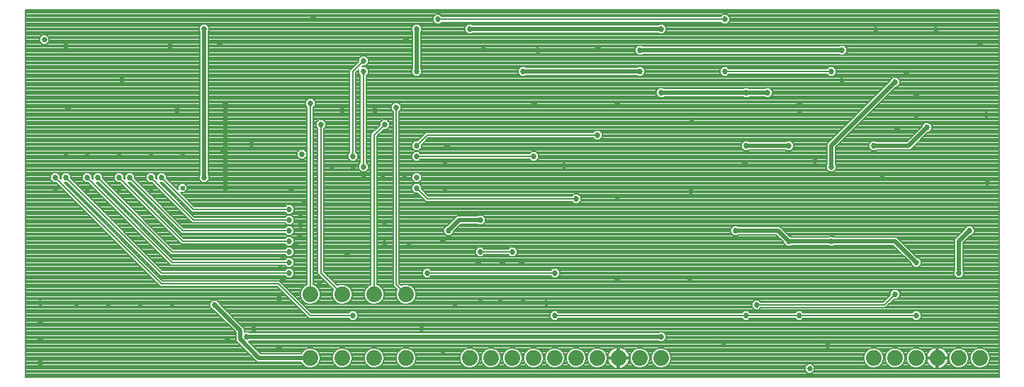
<source format=gbl>
G75*
%MOIN*%
%OFA0B0*%
%FSLAX25Y25*%
%IPPOS*%
%LPD*%
%AMOC8*
5,1,8,0,0,1.08239X$1,22.5*
%
%ADD10C,0.07400*%
%ADD11C,0.02500*%
%ADD12C,0.02700*%
%ADD13C,0.00800*%
%ADD14C,0.02000*%
%ADD15C,0.02400*%
D10*
X0533333Y0018333D03*
X0548333Y0018333D03*
X0563333Y0018333D03*
X0578333Y0018333D03*
X0608333Y0018333D03*
X0618333Y0018333D03*
X0628333Y0018333D03*
X0638333Y0018333D03*
X0648333Y0018333D03*
X0658333Y0018333D03*
X0668333Y0018333D03*
X0678333Y0018333D03*
X0688333Y0018333D03*
X0698333Y0018333D03*
X0798333Y0018333D03*
X0808333Y0018333D03*
X0818333Y0018333D03*
X0828333Y0018333D03*
X0838333Y0018333D03*
X0848333Y0018333D03*
X0578333Y0048333D03*
X0563333Y0048333D03*
X0548333Y0048333D03*
X0533333Y0048333D03*
D11*
X0768333Y0013333D03*
X0408333Y0168333D03*
D12*
X0418333Y0165333D03*
X0467333Y0165333D03*
X0490833Y0166333D03*
X0483333Y0173333D03*
X0534833Y0178833D03*
X0578333Y0168333D03*
X0583333Y0173333D03*
X0593333Y0177783D03*
X0608333Y0173333D03*
X0614833Y0163833D03*
X0640333Y0163333D03*
X0668833Y0164333D03*
X0688333Y0163333D03*
X0688333Y0153333D03*
X0728333Y0153333D03*
X0738333Y0143333D03*
X0748333Y0143333D03*
X0763333Y0138333D03*
X0763333Y0133333D03*
X0809333Y0125833D03*
X0823333Y0126833D03*
X0818333Y0132333D03*
X0851333Y0132833D03*
X0818333Y0141833D03*
X0808333Y0148333D03*
X0813833Y0152333D03*
X0783333Y0148833D03*
X0778333Y0153333D03*
X0783333Y0163333D03*
X0799333Y0172833D03*
X0827833Y0172833D03*
X0848333Y0166333D03*
X0728333Y0177783D03*
X0698333Y0173333D03*
X0633333Y0153333D03*
X0583333Y0153333D03*
X0558333Y0153333D03*
X0558333Y0158333D03*
X0533333Y0138333D03*
X0548333Y0134833D03*
X0563833Y0134833D03*
X0573833Y0136333D03*
X0568333Y0128333D03*
X0538333Y0128333D03*
X0505833Y0119333D03*
X0492333Y0115833D03*
X0529333Y0114333D03*
X0543333Y0108333D03*
X0553333Y0108333D03*
X0558333Y0108333D03*
X0558333Y0103333D03*
X0567333Y0103333D03*
X0577833Y0103333D03*
X0583333Y0103333D03*
X0583333Y0098333D03*
X0596833Y0098333D03*
X0596833Y0109333D03*
X0583333Y0113333D03*
X0597833Y0117833D03*
X0583333Y0118333D03*
X0553333Y0113333D03*
X0493333Y0098333D03*
X0483333Y0103333D03*
X0463333Y0103333D03*
X0458333Y0103333D03*
X0448333Y0103333D03*
X0443333Y0103333D03*
X0433333Y0103333D03*
X0428333Y0103333D03*
X0418333Y0103333D03*
X0413333Y0103333D03*
X0523333Y0088333D03*
X0528833Y0085833D03*
X0523333Y0083333D03*
X0528833Y0080833D03*
X0523333Y0078333D03*
X0528333Y0075833D03*
X0523333Y0073333D03*
X0526833Y0070833D03*
X0523333Y0068333D03*
X0520333Y0065833D03*
X0523333Y0063333D03*
X0519333Y0060833D03*
X0523333Y0058333D03*
X0520333Y0055333D03*
X0537833Y0052833D03*
X0518833Y0046333D03*
X0488333Y0043333D03*
X0506833Y0031833D03*
X0503333Y0028333D03*
X0494333Y0026833D03*
X0518833Y0023333D03*
X0553333Y0038333D03*
X0585833Y0032333D03*
X0595833Y0021333D03*
X0648333Y0038333D03*
X0644333Y0044333D03*
X0633333Y0044833D03*
X0622833Y0044833D03*
X0613333Y0044833D03*
X0601333Y0043833D03*
X0588333Y0058333D03*
X0612333Y0062833D03*
X0623833Y0062833D03*
X0632833Y0063333D03*
X0628333Y0068333D03*
X0613333Y0068333D03*
X0595833Y0073333D03*
X0579833Y0070833D03*
X0568333Y0072333D03*
X0550833Y0067333D03*
X0598333Y0078333D03*
X0613333Y0083333D03*
X0568333Y0082333D03*
X0530333Y0091333D03*
X0524333Y0097333D03*
X0638333Y0113333D03*
X0652833Y0108833D03*
X0712333Y0096833D03*
X0677833Y0093833D03*
X0658333Y0093333D03*
X0733333Y0078333D03*
X0758333Y0073333D03*
X0778333Y0073333D03*
X0818333Y0063333D03*
X0838333Y0058333D03*
X0808333Y0048333D03*
X0818333Y0038333D03*
X0776833Y0024333D03*
X0727833Y0025333D03*
X0698333Y0028333D03*
X0738333Y0038333D03*
X0743333Y0043333D03*
X0763333Y0038333D03*
X0711833Y0055833D03*
X0677833Y0054833D03*
X0648333Y0058333D03*
X0843333Y0078333D03*
X0851833Y0100833D03*
X0802333Y0103333D03*
X0778333Y0108333D03*
X0770833Y0111333D03*
X0758333Y0118333D03*
X0738333Y0118333D03*
X0737833Y0109833D03*
X0798333Y0118333D03*
X0712833Y0129333D03*
X0677833Y0137833D03*
X0698333Y0143333D03*
X0638833Y0138333D03*
X0668333Y0123333D03*
X0493333Y0138333D03*
X0470833Y0134833D03*
X0419333Y0135833D03*
X0444833Y0149333D03*
X0406333Y0044333D03*
X0406333Y0035333D03*
X0406333Y0026833D03*
X0406333Y0015833D03*
D13*
X0399334Y0009333D02*
X0399372Y0182333D01*
X0857333Y0182333D01*
X0857333Y0009333D01*
X0399334Y0009333D01*
X0399334Y0009930D02*
X0857333Y0009930D01*
X0857333Y0010729D02*
X0399334Y0010729D01*
X0399334Y0011527D02*
X0766957Y0011527D01*
X0767401Y0011083D02*
X0766083Y0012401D01*
X0766083Y0014265D01*
X0767401Y0015583D01*
X0769265Y0015583D01*
X0770583Y0014265D01*
X0770583Y0012401D01*
X0769265Y0011083D01*
X0767401Y0011083D01*
X0766159Y0012326D02*
X0399334Y0012326D01*
X0399334Y0013124D02*
X0766083Y0013124D01*
X0766083Y0013923D02*
X0699967Y0013923D01*
X0699268Y0013633D02*
X0700996Y0014349D01*
X0702318Y0015671D01*
X0703033Y0017398D01*
X0703033Y0019268D01*
X0702318Y0020996D01*
X0700996Y0022318D01*
X0699268Y0023033D01*
X0697398Y0023033D01*
X0695671Y0022318D01*
X0694349Y0020996D01*
X0693633Y0019268D01*
X0693633Y0017398D01*
X0694349Y0015671D01*
X0695671Y0014349D01*
X0697398Y0013633D01*
X0699268Y0013633D01*
X0701368Y0014721D02*
X0766539Y0014721D01*
X0767338Y0015520D02*
X0702167Y0015520D01*
X0702586Y0016318D02*
X0794081Y0016318D01*
X0794349Y0015671D02*
X0795671Y0014349D01*
X0797398Y0013633D01*
X0799268Y0013633D01*
X0800996Y0014349D01*
X0802318Y0015671D01*
X0803033Y0017398D01*
X0803033Y0019268D01*
X0802318Y0020996D01*
X0800996Y0022318D01*
X0799268Y0023033D01*
X0797398Y0023033D01*
X0795671Y0022318D01*
X0794349Y0020996D01*
X0793633Y0019268D01*
X0793633Y0017398D01*
X0794349Y0015671D01*
X0794500Y0015520D02*
X0769329Y0015520D01*
X0770127Y0014721D02*
X0795298Y0014721D01*
X0796699Y0013923D02*
X0770583Y0013923D01*
X0770583Y0013124D02*
X0857333Y0013124D01*
X0857333Y0012326D02*
X0770508Y0012326D01*
X0769709Y0011527D02*
X0857333Y0011527D01*
X0857333Y0013923D02*
X0849967Y0013923D01*
X0849268Y0013633D02*
X0850996Y0014349D01*
X0852318Y0015671D01*
X0853033Y0017398D01*
X0853033Y0019268D01*
X0852318Y0020996D01*
X0850996Y0022318D01*
X0849268Y0023033D01*
X0847398Y0023033D01*
X0845671Y0022318D01*
X0844349Y0020996D01*
X0843633Y0019268D01*
X0843633Y0017398D01*
X0844349Y0015671D01*
X0845671Y0014349D01*
X0847398Y0013633D01*
X0849268Y0013633D01*
X0851368Y0014721D02*
X0857333Y0014721D01*
X0857333Y0015520D02*
X0852167Y0015520D01*
X0852586Y0016318D02*
X0857333Y0016318D01*
X0857333Y0017117D02*
X0852917Y0017117D01*
X0853033Y0017915D02*
X0857333Y0017915D01*
X0857333Y0018714D02*
X0853033Y0018714D01*
X0852932Y0019512D02*
X0857333Y0019512D01*
X0857333Y0020311D02*
X0852601Y0020311D01*
X0852204Y0021110D02*
X0857333Y0021110D01*
X0857333Y0021908D02*
X0851405Y0021908D01*
X0850057Y0022707D02*
X0857333Y0022707D01*
X0857333Y0023505D02*
X0506818Y0023505D01*
X0506020Y0024304D02*
X0857333Y0024304D01*
X0857333Y0025102D02*
X0505221Y0025102D01*
X0504423Y0025901D02*
X0857333Y0025901D01*
X0857333Y0026699D02*
X0700022Y0026699D01*
X0700683Y0027360D02*
X0700683Y0029307D01*
X0699307Y0030683D01*
X0697360Y0030683D01*
X0697010Y0030333D01*
X0504657Y0030333D01*
X0504307Y0030683D01*
X0502383Y0030683D01*
X0502383Y0032112D01*
X0501212Y0033283D01*
X0490683Y0043812D01*
X0490683Y0044307D01*
X0489307Y0045683D01*
X0487360Y0045683D01*
X0485983Y0044307D01*
X0485983Y0042360D01*
X0487360Y0040983D01*
X0487855Y0040983D01*
X0498383Y0030455D01*
X0498383Y0026283D01*
X0507161Y0017505D01*
X0508333Y0016333D01*
X0529075Y0016333D01*
X0529349Y0015671D01*
X0530671Y0014349D01*
X0532398Y0013633D01*
X0534268Y0013633D01*
X0535996Y0014349D01*
X0537318Y0015671D01*
X0538033Y0017398D01*
X0538033Y0019268D01*
X0537318Y0020996D01*
X0535996Y0022318D01*
X0534268Y0023033D01*
X0532398Y0023033D01*
X0530671Y0022318D01*
X0529349Y0020996D01*
X0529075Y0020333D01*
X0509990Y0020333D01*
X0504323Y0026000D01*
X0504657Y0026333D01*
X0697010Y0026333D01*
X0697360Y0025983D01*
X0699307Y0025983D01*
X0700683Y0027360D01*
X0700683Y0027498D02*
X0857333Y0027498D01*
X0857333Y0028296D02*
X0700683Y0028296D01*
X0700683Y0029095D02*
X0857333Y0029095D01*
X0857333Y0029893D02*
X0700097Y0029893D01*
X0700057Y0022707D02*
X0796609Y0022707D01*
X0795261Y0021908D02*
X0701405Y0021908D01*
X0702204Y0021110D02*
X0794463Y0021110D01*
X0794065Y0020311D02*
X0702601Y0020311D01*
X0702932Y0019512D02*
X0793735Y0019512D01*
X0793633Y0018714D02*
X0703033Y0018714D01*
X0703033Y0017915D02*
X0793633Y0017915D01*
X0793750Y0017117D02*
X0702917Y0017117D01*
X0694500Y0015520D02*
X0692167Y0015520D01*
X0692318Y0015671D02*
X0693033Y0017398D01*
X0693033Y0019268D01*
X0692318Y0020996D01*
X0690996Y0022318D01*
X0689268Y0023033D01*
X0687398Y0023033D01*
X0685671Y0022318D01*
X0684349Y0020996D01*
X0683633Y0019268D01*
X0683633Y0017398D01*
X0684349Y0015671D01*
X0685671Y0014349D01*
X0687398Y0013633D01*
X0689268Y0013633D01*
X0690996Y0014349D01*
X0692318Y0015671D01*
X0692586Y0016318D02*
X0694081Y0016318D01*
X0693750Y0017117D02*
X0692917Y0017117D01*
X0693033Y0017915D02*
X0693633Y0017915D01*
X0693633Y0018714D02*
X0693033Y0018714D01*
X0692932Y0019512D02*
X0693735Y0019512D01*
X0694065Y0020311D02*
X0692601Y0020311D01*
X0692204Y0021110D02*
X0694463Y0021110D01*
X0695261Y0021908D02*
X0691405Y0021908D01*
X0690057Y0022707D02*
X0696609Y0022707D01*
X0686609Y0022707D02*
X0680984Y0022707D01*
X0681006Y0022695D02*
X0680291Y0023060D01*
X0679528Y0023308D01*
X0678735Y0023433D01*
X0678733Y0023433D01*
X0678733Y0018733D01*
X0677933Y0018733D01*
X0677933Y0017933D01*
X0673233Y0017933D01*
X0673233Y0017932D01*
X0673359Y0017139D01*
X0673607Y0016376D01*
X0673971Y0015660D01*
X0674443Y0015011D01*
X0675011Y0014443D01*
X0675660Y0013971D01*
X0676376Y0013607D01*
X0677139Y0013359D01*
X0677932Y0013233D01*
X0677933Y0013233D01*
X0677933Y0017933D01*
X0678733Y0017933D01*
X0678733Y0013233D01*
X0678735Y0013233D01*
X0679528Y0013359D01*
X0680291Y0013607D01*
X0681006Y0013971D01*
X0681656Y0014443D01*
X0682223Y0015011D01*
X0682695Y0015660D01*
X0683060Y0016376D01*
X0683308Y0017139D01*
X0683433Y0017932D01*
X0683433Y0017933D01*
X0678733Y0017933D01*
X0678733Y0018733D01*
X0683433Y0018733D01*
X0683433Y0018735D01*
X0683308Y0019528D01*
X0683060Y0020291D01*
X0682695Y0021006D01*
X0682223Y0021656D01*
X0681656Y0022223D01*
X0681006Y0022695D01*
X0681971Y0021908D02*
X0685261Y0021908D01*
X0684463Y0021110D02*
X0682620Y0021110D01*
X0683050Y0020311D02*
X0684065Y0020311D01*
X0683735Y0019512D02*
X0683310Y0019512D01*
X0683633Y0018714D02*
X0678733Y0018714D01*
X0678733Y0019512D02*
X0677933Y0019512D01*
X0677933Y0018733D02*
X0677933Y0023433D01*
X0677932Y0023433D01*
X0677139Y0023308D01*
X0676376Y0023060D01*
X0675660Y0022695D01*
X0675011Y0022223D01*
X0674443Y0021656D01*
X0673971Y0021006D01*
X0673607Y0020291D01*
X0673359Y0019528D01*
X0673233Y0018735D01*
X0673233Y0018733D01*
X0677933Y0018733D01*
X0677933Y0018714D02*
X0673033Y0018714D01*
X0673033Y0019268D02*
X0672318Y0020996D01*
X0670996Y0022318D01*
X0669268Y0023033D01*
X0667398Y0023033D01*
X0665671Y0022318D01*
X0664349Y0020996D01*
X0663633Y0019268D01*
X0663633Y0017398D01*
X0664349Y0015671D01*
X0665671Y0014349D01*
X0667398Y0013633D01*
X0669268Y0013633D01*
X0670996Y0014349D01*
X0672318Y0015671D01*
X0673033Y0017398D01*
X0673033Y0019268D01*
X0672932Y0019512D02*
X0673357Y0019512D01*
X0673617Y0020311D02*
X0672601Y0020311D01*
X0672204Y0021110D02*
X0674046Y0021110D01*
X0674696Y0021908D02*
X0671405Y0021908D01*
X0670057Y0022707D02*
X0675683Y0022707D01*
X0677933Y0022707D02*
X0678733Y0022707D01*
X0678733Y0021908D02*
X0677933Y0021908D01*
X0677933Y0021110D02*
X0678733Y0021110D01*
X0678733Y0020311D02*
X0677933Y0020311D01*
X0677933Y0017915D02*
X0678733Y0017915D01*
X0678733Y0017117D02*
X0677933Y0017117D01*
X0677933Y0016318D02*
X0678733Y0016318D01*
X0678733Y0015520D02*
X0677933Y0015520D01*
X0677933Y0014721D02*
X0678733Y0014721D01*
X0678733Y0013923D02*
X0677933Y0013923D01*
X0675756Y0013923D02*
X0669967Y0013923D01*
X0671368Y0014721D02*
X0674733Y0014721D01*
X0674073Y0015520D02*
X0672167Y0015520D01*
X0672586Y0016318D02*
X0673636Y0016318D01*
X0673366Y0017117D02*
X0672917Y0017117D01*
X0673033Y0017915D02*
X0673236Y0017915D01*
X0664500Y0015520D02*
X0662167Y0015520D01*
X0662318Y0015671D02*
X0663033Y0017398D01*
X0663033Y0019268D01*
X0662318Y0020996D01*
X0660996Y0022318D01*
X0659268Y0023033D01*
X0657398Y0023033D01*
X0655671Y0022318D01*
X0654349Y0020996D01*
X0653633Y0019268D01*
X0653633Y0017398D01*
X0654349Y0015671D01*
X0655671Y0014349D01*
X0657398Y0013633D01*
X0659268Y0013633D01*
X0660996Y0014349D01*
X0662318Y0015671D01*
X0662586Y0016318D02*
X0664081Y0016318D01*
X0663750Y0017117D02*
X0662917Y0017117D01*
X0663033Y0017915D02*
X0663633Y0017915D01*
X0663633Y0018714D02*
X0663033Y0018714D01*
X0662932Y0019512D02*
X0663735Y0019512D01*
X0664065Y0020311D02*
X0662601Y0020311D01*
X0662204Y0021110D02*
X0664463Y0021110D01*
X0665261Y0021908D02*
X0661405Y0021908D01*
X0660057Y0022707D02*
X0666609Y0022707D01*
X0656609Y0022707D02*
X0650057Y0022707D01*
X0649268Y0023033D02*
X0647398Y0023033D01*
X0645671Y0022318D01*
X0644349Y0020996D01*
X0643633Y0019268D01*
X0643633Y0017398D01*
X0644349Y0015671D01*
X0645671Y0014349D01*
X0647398Y0013633D01*
X0649268Y0013633D01*
X0650996Y0014349D01*
X0652318Y0015671D01*
X0653033Y0017398D01*
X0653033Y0019268D01*
X0652318Y0020996D01*
X0650996Y0022318D01*
X0649268Y0023033D01*
X0651405Y0021908D02*
X0655261Y0021908D01*
X0654463Y0021110D02*
X0652204Y0021110D01*
X0652601Y0020311D02*
X0654065Y0020311D01*
X0653735Y0019512D02*
X0652932Y0019512D01*
X0653033Y0018714D02*
X0653633Y0018714D01*
X0653633Y0017915D02*
X0653033Y0017915D01*
X0652917Y0017117D02*
X0653750Y0017117D01*
X0654081Y0016318D02*
X0652586Y0016318D01*
X0652167Y0015520D02*
X0654500Y0015520D01*
X0655298Y0014721D02*
X0651368Y0014721D01*
X0649967Y0013923D02*
X0656699Y0013923D01*
X0659967Y0013923D02*
X0666699Y0013923D01*
X0665298Y0014721D02*
X0661368Y0014721D01*
X0646699Y0013923D02*
X0639967Y0013923D01*
X0639268Y0013633D02*
X0640996Y0014349D01*
X0642318Y0015671D01*
X0643033Y0017398D01*
X0643033Y0019268D01*
X0642318Y0020996D01*
X0640996Y0022318D01*
X0639268Y0023033D01*
X0637398Y0023033D01*
X0635671Y0022318D01*
X0634349Y0020996D01*
X0633633Y0019268D01*
X0633633Y0017398D01*
X0634349Y0015671D01*
X0635671Y0014349D01*
X0637398Y0013633D01*
X0639268Y0013633D01*
X0641368Y0014721D02*
X0645298Y0014721D01*
X0644500Y0015520D02*
X0642167Y0015520D01*
X0642586Y0016318D02*
X0644081Y0016318D01*
X0643750Y0017117D02*
X0642917Y0017117D01*
X0643033Y0017915D02*
X0643633Y0017915D01*
X0643633Y0018714D02*
X0643033Y0018714D01*
X0642932Y0019512D02*
X0643735Y0019512D01*
X0644065Y0020311D02*
X0642601Y0020311D01*
X0642204Y0021110D02*
X0644463Y0021110D01*
X0645261Y0021908D02*
X0641405Y0021908D01*
X0640057Y0022707D02*
X0646609Y0022707D01*
X0636609Y0022707D02*
X0630057Y0022707D01*
X0629268Y0023033D02*
X0627398Y0023033D01*
X0625671Y0022318D01*
X0624349Y0020996D01*
X0623633Y0019268D01*
X0623633Y0017398D01*
X0624349Y0015671D01*
X0625671Y0014349D01*
X0627398Y0013633D01*
X0629268Y0013633D01*
X0630996Y0014349D01*
X0632318Y0015671D01*
X0633033Y0017398D01*
X0633033Y0019268D01*
X0632318Y0020996D01*
X0630996Y0022318D01*
X0629268Y0023033D01*
X0631405Y0021908D02*
X0635261Y0021908D01*
X0634463Y0021110D02*
X0632204Y0021110D01*
X0632601Y0020311D02*
X0634065Y0020311D01*
X0633735Y0019512D02*
X0632932Y0019512D01*
X0633033Y0018714D02*
X0633633Y0018714D01*
X0633633Y0017915D02*
X0633033Y0017915D01*
X0632917Y0017117D02*
X0633750Y0017117D01*
X0634081Y0016318D02*
X0632586Y0016318D01*
X0632167Y0015520D02*
X0634500Y0015520D01*
X0635298Y0014721D02*
X0631368Y0014721D01*
X0629967Y0013923D02*
X0636699Y0013923D01*
X0626699Y0013923D02*
X0619967Y0013923D01*
X0619268Y0013633D02*
X0620996Y0014349D01*
X0622318Y0015671D01*
X0623033Y0017398D01*
X0623033Y0019268D01*
X0622318Y0020996D01*
X0620996Y0022318D01*
X0619268Y0023033D01*
X0617398Y0023033D01*
X0615671Y0022318D01*
X0614349Y0020996D01*
X0613633Y0019268D01*
X0613633Y0017398D01*
X0614349Y0015671D01*
X0615671Y0014349D01*
X0617398Y0013633D01*
X0619268Y0013633D01*
X0621368Y0014721D02*
X0625298Y0014721D01*
X0624500Y0015520D02*
X0622167Y0015520D01*
X0622586Y0016318D02*
X0624081Y0016318D01*
X0623750Y0017117D02*
X0622917Y0017117D01*
X0623033Y0017915D02*
X0623633Y0017915D01*
X0623633Y0018714D02*
X0623033Y0018714D01*
X0622932Y0019512D02*
X0623735Y0019512D01*
X0624065Y0020311D02*
X0622601Y0020311D01*
X0622204Y0021110D02*
X0624463Y0021110D01*
X0625261Y0021908D02*
X0621405Y0021908D01*
X0620057Y0022707D02*
X0626609Y0022707D01*
X0616609Y0022707D02*
X0610057Y0022707D01*
X0609268Y0023033D02*
X0607398Y0023033D01*
X0605671Y0022318D01*
X0604349Y0020996D01*
X0603633Y0019268D01*
X0603633Y0017398D01*
X0604349Y0015671D01*
X0605671Y0014349D01*
X0607398Y0013633D01*
X0609268Y0013633D01*
X0610996Y0014349D01*
X0612318Y0015671D01*
X0613033Y0017398D01*
X0613033Y0019268D01*
X0612318Y0020996D01*
X0610996Y0022318D01*
X0609268Y0023033D01*
X0611405Y0021908D02*
X0615261Y0021908D01*
X0614463Y0021110D02*
X0612204Y0021110D01*
X0612601Y0020311D02*
X0614065Y0020311D01*
X0613735Y0019512D02*
X0612932Y0019512D01*
X0613033Y0018714D02*
X0613633Y0018714D01*
X0613633Y0017915D02*
X0613033Y0017915D01*
X0612917Y0017117D02*
X0613750Y0017117D01*
X0614081Y0016318D02*
X0612586Y0016318D01*
X0612167Y0015520D02*
X0614500Y0015520D01*
X0615298Y0014721D02*
X0611368Y0014721D01*
X0609967Y0013923D02*
X0616699Y0013923D01*
X0606699Y0013923D02*
X0579967Y0013923D01*
X0579268Y0013633D02*
X0580996Y0014349D01*
X0582318Y0015671D01*
X0583033Y0017398D01*
X0583033Y0019268D01*
X0582318Y0020996D01*
X0580996Y0022318D01*
X0579268Y0023033D01*
X0577398Y0023033D01*
X0575671Y0022318D01*
X0574349Y0020996D01*
X0573633Y0019268D01*
X0573633Y0017398D01*
X0574349Y0015671D01*
X0575671Y0014349D01*
X0577398Y0013633D01*
X0579268Y0013633D01*
X0581368Y0014721D02*
X0605298Y0014721D01*
X0604500Y0015520D02*
X0582167Y0015520D01*
X0582586Y0016318D02*
X0604081Y0016318D01*
X0603750Y0017117D02*
X0582917Y0017117D01*
X0583033Y0017915D02*
X0603633Y0017915D01*
X0603633Y0018714D02*
X0583033Y0018714D01*
X0582932Y0019512D02*
X0603735Y0019512D01*
X0604065Y0020311D02*
X0582601Y0020311D01*
X0582204Y0021110D02*
X0604463Y0021110D01*
X0605261Y0021908D02*
X0581405Y0021908D01*
X0580057Y0022707D02*
X0606609Y0022707D01*
X0576609Y0022707D02*
X0565057Y0022707D01*
X0564268Y0023033D02*
X0562398Y0023033D01*
X0560671Y0022318D01*
X0559349Y0020996D01*
X0558633Y0019268D01*
X0558633Y0017398D01*
X0559349Y0015671D01*
X0560671Y0014349D01*
X0562398Y0013633D01*
X0564268Y0013633D01*
X0565996Y0014349D01*
X0567318Y0015671D01*
X0568033Y0017398D01*
X0568033Y0019268D01*
X0567318Y0020996D01*
X0565996Y0022318D01*
X0564268Y0023033D01*
X0566405Y0021908D02*
X0575261Y0021908D01*
X0574463Y0021110D02*
X0567204Y0021110D01*
X0567601Y0020311D02*
X0574065Y0020311D01*
X0573735Y0019512D02*
X0567932Y0019512D01*
X0568033Y0018714D02*
X0573633Y0018714D01*
X0573633Y0017915D02*
X0568033Y0017915D01*
X0567917Y0017117D02*
X0573750Y0017117D01*
X0574081Y0016318D02*
X0567586Y0016318D01*
X0567167Y0015520D02*
X0574500Y0015520D01*
X0575298Y0014721D02*
X0566368Y0014721D01*
X0564967Y0013923D02*
X0576699Y0013923D01*
X0561699Y0013923D02*
X0549967Y0013923D01*
X0549268Y0013633D02*
X0550996Y0014349D01*
X0552318Y0015671D01*
X0553033Y0017398D01*
X0553033Y0019268D01*
X0552318Y0020996D01*
X0550996Y0022318D01*
X0549268Y0023033D01*
X0547398Y0023033D01*
X0545671Y0022318D01*
X0544349Y0020996D01*
X0543633Y0019268D01*
X0543633Y0017398D01*
X0544349Y0015671D01*
X0545671Y0014349D01*
X0547398Y0013633D01*
X0549268Y0013633D01*
X0551368Y0014721D02*
X0560298Y0014721D01*
X0559500Y0015520D02*
X0552167Y0015520D01*
X0552586Y0016318D02*
X0559081Y0016318D01*
X0558750Y0017117D02*
X0552917Y0017117D01*
X0553033Y0017915D02*
X0558633Y0017915D01*
X0558633Y0018714D02*
X0553033Y0018714D01*
X0552932Y0019512D02*
X0558735Y0019512D01*
X0559065Y0020311D02*
X0552601Y0020311D01*
X0552204Y0021110D02*
X0559463Y0021110D01*
X0560261Y0021908D02*
X0551405Y0021908D01*
X0550057Y0022707D02*
X0561609Y0022707D01*
X0546609Y0022707D02*
X0535057Y0022707D01*
X0536405Y0021908D02*
X0545261Y0021908D01*
X0544463Y0021110D02*
X0537204Y0021110D01*
X0537601Y0020311D02*
X0544065Y0020311D01*
X0543735Y0019512D02*
X0537932Y0019512D01*
X0538033Y0018714D02*
X0543633Y0018714D01*
X0543633Y0017915D02*
X0538033Y0017915D01*
X0537917Y0017117D02*
X0543750Y0017117D01*
X0544081Y0016318D02*
X0537586Y0016318D01*
X0537167Y0015520D02*
X0544500Y0015520D01*
X0545298Y0014721D02*
X0536368Y0014721D01*
X0534967Y0013923D02*
X0546699Y0013923D01*
X0531699Y0013923D02*
X0399335Y0013923D01*
X0399335Y0014721D02*
X0530298Y0014721D01*
X0529500Y0015520D02*
X0399335Y0015520D01*
X0399335Y0016318D02*
X0529081Y0016318D01*
X0507549Y0017117D02*
X0399335Y0017117D01*
X0399335Y0017915D02*
X0506751Y0017915D01*
X0505952Y0018714D02*
X0399336Y0018714D01*
X0399336Y0019512D02*
X0505154Y0019512D01*
X0504355Y0020311D02*
X0399336Y0020311D01*
X0399336Y0021110D02*
X0503557Y0021110D01*
X0502758Y0021908D02*
X0399336Y0021908D01*
X0399337Y0022707D02*
X0501960Y0022707D01*
X0501161Y0023505D02*
X0399337Y0023505D01*
X0399337Y0024304D02*
X0500363Y0024304D01*
X0499564Y0025102D02*
X0399337Y0025102D01*
X0399337Y0025901D02*
X0498766Y0025901D01*
X0498383Y0026699D02*
X0399337Y0026699D01*
X0399338Y0027498D02*
X0498383Y0027498D01*
X0498383Y0028296D02*
X0399338Y0028296D01*
X0399338Y0029095D02*
X0498383Y0029095D01*
X0498383Y0029893D02*
X0399338Y0029893D01*
X0399338Y0030692D02*
X0498147Y0030692D01*
X0497348Y0031490D02*
X0399339Y0031490D01*
X0399339Y0032289D02*
X0496550Y0032289D01*
X0495751Y0033087D02*
X0399339Y0033087D01*
X0399339Y0033886D02*
X0494953Y0033886D01*
X0494154Y0034684D02*
X0399339Y0034684D01*
X0399339Y0035483D02*
X0493356Y0035483D01*
X0492557Y0036281D02*
X0399340Y0036281D01*
X0399340Y0037080D02*
X0491758Y0037080D01*
X0490960Y0037878D02*
X0399340Y0037878D01*
X0399340Y0038677D02*
X0490161Y0038677D01*
X0489363Y0039475D02*
X0399340Y0039475D01*
X0399340Y0040274D02*
X0488564Y0040274D01*
X0487271Y0041072D02*
X0399341Y0041072D01*
X0399341Y0041871D02*
X0486472Y0041871D01*
X0485983Y0042669D02*
X0399341Y0042669D01*
X0399341Y0043468D02*
X0485983Y0043468D01*
X0485983Y0044266D02*
X0399341Y0044266D01*
X0399342Y0045065D02*
X0486741Y0045065D01*
X0489925Y0045065D02*
X0524622Y0045065D01*
X0523823Y0045863D02*
X0399342Y0045863D01*
X0399342Y0046662D02*
X0523025Y0046662D01*
X0522226Y0047460D02*
X0399342Y0047460D01*
X0399342Y0048259D02*
X0521428Y0048259D01*
X0520629Y0049057D02*
X0399342Y0049057D01*
X0399343Y0049856D02*
X0519831Y0049856D01*
X0519032Y0050654D02*
X0399343Y0050654D01*
X0399343Y0051453D02*
X0518234Y0051453D01*
X0517753Y0051933D02*
X0531933Y0037753D01*
X0532753Y0036933D01*
X0551410Y0036933D01*
X0552360Y0035983D01*
X0554307Y0035983D01*
X0555683Y0037360D01*
X0555683Y0039307D01*
X0554307Y0040683D01*
X0552360Y0040683D01*
X0551410Y0039733D01*
X0533913Y0039733D01*
X0518913Y0054733D01*
X0463913Y0054733D01*
X0417663Y0100983D01*
X0418703Y0100983D01*
X0461933Y0057753D01*
X0462753Y0056933D01*
X0521410Y0056933D01*
X0522360Y0055983D01*
X0524307Y0055983D01*
X0525683Y0057360D01*
X0525683Y0059307D01*
X0524307Y0060683D01*
X0522360Y0060683D01*
X0521410Y0059733D01*
X0463913Y0059733D01*
X0420683Y0102963D01*
X0420683Y0104307D01*
X0419307Y0105683D01*
X0417360Y0105683D01*
X0415983Y0104307D01*
X0415983Y0102663D01*
X0415683Y0102963D01*
X0415683Y0104307D01*
X0414307Y0105683D01*
X0412360Y0105683D01*
X0410983Y0104307D01*
X0410983Y0102360D01*
X0412360Y0100983D01*
X0413703Y0100983D01*
X0461933Y0052753D01*
X0462753Y0051933D01*
X0517753Y0051933D01*
X0518333Y0053333D02*
X0533333Y0038333D01*
X0553333Y0038333D01*
X0555683Y0038677D02*
X0645983Y0038677D01*
X0645983Y0039307D02*
X0645983Y0037360D01*
X0647360Y0035983D01*
X0649307Y0035983D01*
X0650257Y0036933D01*
X0736410Y0036933D01*
X0737360Y0035983D01*
X0739307Y0035983D01*
X0740257Y0036933D01*
X0761410Y0036933D01*
X0762360Y0035983D01*
X0764307Y0035983D01*
X0765257Y0036933D01*
X0816410Y0036933D01*
X0817360Y0035983D01*
X0819307Y0035983D01*
X0820683Y0037360D01*
X0820683Y0039307D01*
X0819307Y0040683D01*
X0817360Y0040683D01*
X0816410Y0039733D01*
X0765257Y0039733D01*
X0764307Y0040683D01*
X0762360Y0040683D01*
X0761410Y0039733D01*
X0740257Y0039733D01*
X0739307Y0040683D01*
X0737360Y0040683D01*
X0736410Y0039733D01*
X0650257Y0039733D01*
X0649307Y0040683D01*
X0647360Y0040683D01*
X0645983Y0039307D01*
X0646152Y0039475D02*
X0555515Y0039475D01*
X0554716Y0040274D02*
X0646950Y0040274D01*
X0648333Y0038333D02*
X0738333Y0038333D01*
X0763333Y0038333D01*
X0818333Y0038333D01*
X0820683Y0038677D02*
X0857333Y0038677D01*
X0857333Y0039475D02*
X0820515Y0039475D01*
X0819716Y0040274D02*
X0857333Y0040274D01*
X0857333Y0041072D02*
X0744396Y0041072D01*
X0744307Y0040983D02*
X0745257Y0041933D01*
X0803913Y0041933D01*
X0804733Y0042753D01*
X0807963Y0045983D01*
X0809307Y0045983D01*
X0810683Y0047360D01*
X0810683Y0049307D01*
X0809307Y0050683D01*
X0807360Y0050683D01*
X0805983Y0049307D01*
X0805983Y0047963D01*
X0802753Y0044733D01*
X0745257Y0044733D01*
X0744307Y0045683D01*
X0742360Y0045683D01*
X0740983Y0044307D01*
X0740983Y0042360D01*
X0742360Y0040983D01*
X0744307Y0040983D01*
X0745194Y0041871D02*
X0857333Y0041871D01*
X0857333Y0042669D02*
X0804649Y0042669D01*
X0805448Y0043468D02*
X0857333Y0043468D01*
X0857333Y0044266D02*
X0806246Y0044266D01*
X0807045Y0045065D02*
X0857333Y0045065D01*
X0857333Y0045863D02*
X0807843Y0045863D01*
X0809985Y0046662D02*
X0857333Y0046662D01*
X0857333Y0047460D02*
X0810683Y0047460D01*
X0810683Y0048259D02*
X0857333Y0048259D01*
X0857333Y0049057D02*
X0810683Y0049057D01*
X0810134Y0049856D02*
X0857333Y0049856D01*
X0857333Y0050654D02*
X0809336Y0050654D01*
X0807331Y0050654D02*
X0582459Y0050654D01*
X0582318Y0050996D02*
X0580996Y0052318D01*
X0579268Y0053033D01*
X0577398Y0053033D01*
X0576136Y0052510D01*
X0575233Y0053413D01*
X0575233Y0134410D01*
X0576183Y0135360D01*
X0576183Y0137307D01*
X0574807Y0138683D01*
X0572860Y0138683D01*
X0571483Y0137307D01*
X0571483Y0135360D01*
X0572433Y0134410D01*
X0572433Y0052253D01*
X0574156Y0050531D01*
X0573633Y0049268D01*
X0573633Y0047398D01*
X0574349Y0045671D01*
X0575671Y0044349D01*
X0577398Y0043633D01*
X0579268Y0043633D01*
X0580996Y0044349D01*
X0582318Y0045671D01*
X0583033Y0047398D01*
X0583033Y0049268D01*
X0582318Y0050996D01*
X0581861Y0051453D02*
X0857333Y0051453D01*
X0857333Y0052251D02*
X0581062Y0052251D01*
X0578333Y0048333D02*
X0573833Y0052833D01*
X0573833Y0136333D01*
X0571483Y0136095D02*
X0559733Y0136095D01*
X0559733Y0135297D02*
X0571547Y0135297D01*
X0572345Y0134498D02*
X0559733Y0134498D01*
X0559733Y0133700D02*
X0572433Y0133700D01*
X0572433Y0132901D02*
X0559733Y0132901D01*
X0559733Y0132103D02*
X0572433Y0132103D01*
X0572433Y0131304D02*
X0559733Y0131304D01*
X0559733Y0130506D02*
X0567182Y0130506D01*
X0567360Y0130683D02*
X0565983Y0129307D01*
X0565983Y0127963D01*
X0561933Y0123913D01*
X0561933Y0052841D01*
X0560671Y0052318D01*
X0559349Y0050996D01*
X0558633Y0049268D01*
X0558633Y0047398D01*
X0559349Y0045671D01*
X0560671Y0044349D01*
X0562398Y0043633D01*
X0564268Y0043633D01*
X0565996Y0044349D01*
X0567318Y0045671D01*
X0568033Y0047398D01*
X0568033Y0049268D01*
X0567318Y0050996D01*
X0565996Y0052318D01*
X0564733Y0052841D01*
X0564733Y0122753D01*
X0567963Y0125983D01*
X0569307Y0125983D01*
X0570683Y0127360D01*
X0570683Y0129307D01*
X0569307Y0130683D01*
X0567360Y0130683D01*
X0566384Y0129707D02*
X0559733Y0129707D01*
X0559733Y0128909D02*
X0565983Y0128909D01*
X0565983Y0128110D02*
X0559733Y0128110D01*
X0559733Y0127312D02*
X0565332Y0127312D01*
X0564533Y0126513D02*
X0559733Y0126513D01*
X0559733Y0125714D02*
X0563735Y0125714D01*
X0562936Y0124916D02*
X0559733Y0124916D01*
X0559733Y0124117D02*
X0562138Y0124117D01*
X0561933Y0123319D02*
X0559733Y0123319D01*
X0559733Y0122520D02*
X0561933Y0122520D01*
X0561933Y0121722D02*
X0559733Y0121722D01*
X0559733Y0120923D02*
X0561933Y0120923D01*
X0561933Y0120125D02*
X0559733Y0120125D01*
X0559733Y0119326D02*
X0561933Y0119326D01*
X0561933Y0118528D02*
X0559733Y0118528D01*
X0559733Y0117729D02*
X0561933Y0117729D01*
X0561933Y0116931D02*
X0559733Y0116931D01*
X0559733Y0116132D02*
X0561933Y0116132D01*
X0561933Y0115334D02*
X0559733Y0115334D01*
X0559733Y0114535D02*
X0561933Y0114535D01*
X0561933Y0113737D02*
X0559733Y0113737D01*
X0559733Y0112938D02*
X0561933Y0112938D01*
X0561933Y0112140D02*
X0559733Y0112140D01*
X0559733Y0111341D02*
X0561933Y0111341D01*
X0561933Y0110543D02*
X0559733Y0110543D01*
X0559733Y0110257D02*
X0559733Y0151410D01*
X0560683Y0152360D01*
X0560683Y0154307D01*
X0559307Y0155683D01*
X0557663Y0155683D01*
X0557963Y0155983D01*
X0559307Y0155983D01*
X0560683Y0157360D01*
X0560683Y0159307D01*
X0559307Y0160683D01*
X0557360Y0160683D01*
X0555983Y0159307D01*
X0555983Y0157963D01*
X0552753Y0154733D01*
X0551933Y0153913D01*
X0551933Y0115257D01*
X0550983Y0114307D01*
X0550983Y0112360D01*
X0552360Y0110983D01*
X0554307Y0110983D01*
X0555683Y0112360D01*
X0555683Y0114307D01*
X0554733Y0115257D01*
X0554733Y0152753D01*
X0555983Y0154003D01*
X0555983Y0152360D01*
X0556933Y0151410D01*
X0556933Y0110257D01*
X0555983Y0109307D01*
X0555983Y0107360D01*
X0557360Y0105983D01*
X0559307Y0105983D01*
X0560683Y0107360D01*
X0560683Y0109307D01*
X0559733Y0110257D01*
X0560246Y0109744D02*
X0561933Y0109744D01*
X0561933Y0108946D02*
X0560683Y0108946D01*
X0560683Y0108147D02*
X0561933Y0108147D01*
X0561933Y0107349D02*
X0560672Y0107349D01*
X0559874Y0106550D02*
X0561933Y0106550D01*
X0561933Y0105752D02*
X0539733Y0105752D01*
X0539733Y0106550D02*
X0556793Y0106550D01*
X0555995Y0107349D02*
X0539733Y0107349D01*
X0539733Y0108147D02*
X0555983Y0108147D01*
X0555983Y0108946D02*
X0539733Y0108946D01*
X0539733Y0109744D02*
X0556421Y0109744D01*
X0556933Y0110543D02*
X0539733Y0110543D01*
X0539733Y0111341D02*
X0552002Y0111341D01*
X0551203Y0112140D02*
X0539733Y0112140D01*
X0539733Y0112938D02*
X0550983Y0112938D01*
X0550983Y0113737D02*
X0539733Y0113737D01*
X0539733Y0114535D02*
X0551212Y0114535D01*
X0551933Y0115334D02*
X0539733Y0115334D01*
X0539733Y0116132D02*
X0551933Y0116132D01*
X0551933Y0116931D02*
X0539733Y0116931D01*
X0539733Y0117729D02*
X0551933Y0117729D01*
X0551933Y0118528D02*
X0539733Y0118528D01*
X0539733Y0119326D02*
X0551933Y0119326D01*
X0551933Y0120125D02*
X0539733Y0120125D01*
X0539733Y0120923D02*
X0551933Y0120923D01*
X0551933Y0121722D02*
X0539733Y0121722D01*
X0539733Y0122520D02*
X0551933Y0122520D01*
X0551933Y0123319D02*
X0539733Y0123319D01*
X0539733Y0124117D02*
X0551933Y0124117D01*
X0551933Y0124916D02*
X0539733Y0124916D01*
X0539733Y0125714D02*
X0551933Y0125714D01*
X0551933Y0126513D02*
X0539836Y0126513D01*
X0539733Y0126410D02*
X0540683Y0127360D01*
X0540683Y0129307D01*
X0539307Y0130683D01*
X0537360Y0130683D01*
X0535983Y0129307D01*
X0535983Y0127360D01*
X0536933Y0126410D01*
X0536933Y0057753D01*
X0537753Y0056933D01*
X0544156Y0050531D01*
X0543633Y0049268D01*
X0543633Y0047398D01*
X0544349Y0045671D01*
X0545671Y0044349D01*
X0547398Y0043633D01*
X0549268Y0043633D01*
X0550996Y0044349D01*
X0552318Y0045671D01*
X0553033Y0047398D01*
X0553033Y0049268D01*
X0552318Y0050996D01*
X0550996Y0052318D01*
X0549268Y0053033D01*
X0547398Y0053033D01*
X0546136Y0052510D01*
X0539733Y0058913D01*
X0539733Y0126410D01*
X0540635Y0127312D02*
X0551933Y0127312D01*
X0551933Y0128110D02*
X0540683Y0128110D01*
X0540683Y0128909D02*
X0551933Y0128909D01*
X0551933Y0129707D02*
X0540283Y0129707D01*
X0539484Y0130506D02*
X0551933Y0130506D01*
X0551933Y0131304D02*
X0534733Y0131304D01*
X0534733Y0130506D02*
X0537182Y0130506D01*
X0536384Y0129707D02*
X0534733Y0129707D01*
X0534733Y0128909D02*
X0535983Y0128909D01*
X0535983Y0128110D02*
X0534733Y0128110D01*
X0534733Y0127312D02*
X0536032Y0127312D01*
X0536830Y0126513D02*
X0534733Y0126513D01*
X0534733Y0125714D02*
X0536933Y0125714D01*
X0536933Y0124916D02*
X0534733Y0124916D01*
X0534733Y0124117D02*
X0536933Y0124117D01*
X0536933Y0123319D02*
X0534733Y0123319D01*
X0534733Y0122520D02*
X0536933Y0122520D01*
X0536933Y0121722D02*
X0534733Y0121722D01*
X0534733Y0120923D02*
X0536933Y0120923D01*
X0536933Y0120125D02*
X0534733Y0120125D01*
X0534733Y0119326D02*
X0536933Y0119326D01*
X0536933Y0118528D02*
X0534733Y0118528D01*
X0534733Y0117729D02*
X0536933Y0117729D01*
X0536933Y0116931D02*
X0534733Y0116931D01*
X0534733Y0116132D02*
X0536933Y0116132D01*
X0536933Y0115334D02*
X0534733Y0115334D01*
X0534733Y0114535D02*
X0536933Y0114535D01*
X0536933Y0113737D02*
X0534733Y0113737D01*
X0534733Y0112938D02*
X0536933Y0112938D01*
X0536933Y0112140D02*
X0534733Y0112140D01*
X0534733Y0111341D02*
X0536933Y0111341D01*
X0536933Y0110543D02*
X0534733Y0110543D01*
X0534733Y0109744D02*
X0536933Y0109744D01*
X0536933Y0108946D02*
X0534733Y0108946D01*
X0534733Y0108147D02*
X0536933Y0108147D01*
X0536933Y0107349D02*
X0534733Y0107349D01*
X0534733Y0106550D02*
X0536933Y0106550D01*
X0536933Y0105752D02*
X0534733Y0105752D01*
X0534733Y0104953D02*
X0536933Y0104953D01*
X0536933Y0104155D02*
X0534733Y0104155D01*
X0534733Y0103356D02*
X0536933Y0103356D01*
X0536933Y0102558D02*
X0534733Y0102558D01*
X0534733Y0101759D02*
X0536933Y0101759D01*
X0536933Y0100961D02*
X0534733Y0100961D01*
X0534733Y0100162D02*
X0536933Y0100162D01*
X0536933Y0099364D02*
X0534733Y0099364D01*
X0534733Y0098565D02*
X0536933Y0098565D01*
X0536933Y0097767D02*
X0534733Y0097767D01*
X0534733Y0096968D02*
X0536933Y0096968D01*
X0536933Y0096170D02*
X0534733Y0096170D01*
X0534733Y0095371D02*
X0536933Y0095371D01*
X0536933Y0094573D02*
X0534733Y0094573D01*
X0534733Y0093774D02*
X0536933Y0093774D01*
X0536933Y0092976D02*
X0534733Y0092976D01*
X0534733Y0092177D02*
X0536933Y0092177D01*
X0536933Y0091379D02*
X0534733Y0091379D01*
X0534733Y0090580D02*
X0536933Y0090580D01*
X0536933Y0089781D02*
X0534733Y0089781D01*
X0534733Y0088983D02*
X0536933Y0088983D01*
X0536933Y0088184D02*
X0534733Y0088184D01*
X0534733Y0087386D02*
X0536933Y0087386D01*
X0536933Y0086587D02*
X0534733Y0086587D01*
X0534733Y0085789D02*
X0536933Y0085789D01*
X0536933Y0084990D02*
X0534733Y0084990D01*
X0534733Y0084192D02*
X0536933Y0084192D01*
X0536933Y0083393D02*
X0534733Y0083393D01*
X0534733Y0082595D02*
X0536933Y0082595D01*
X0536933Y0081796D02*
X0534733Y0081796D01*
X0534733Y0080998D02*
X0536933Y0080998D01*
X0536933Y0080199D02*
X0534733Y0080199D01*
X0534733Y0079401D02*
X0536933Y0079401D01*
X0536933Y0078602D02*
X0534733Y0078602D01*
X0534733Y0077804D02*
X0536933Y0077804D01*
X0536933Y0077005D02*
X0534733Y0077005D01*
X0534733Y0076207D02*
X0536933Y0076207D01*
X0536933Y0075408D02*
X0534733Y0075408D01*
X0534733Y0074610D02*
X0536933Y0074610D01*
X0536933Y0073811D02*
X0534733Y0073811D01*
X0534733Y0073013D02*
X0536933Y0073013D01*
X0536933Y0072214D02*
X0534733Y0072214D01*
X0534733Y0071416D02*
X0536933Y0071416D01*
X0536933Y0070617D02*
X0534733Y0070617D01*
X0534733Y0069819D02*
X0536933Y0069819D01*
X0536933Y0069020D02*
X0534733Y0069020D01*
X0534733Y0068222D02*
X0536933Y0068222D01*
X0536933Y0067423D02*
X0534733Y0067423D01*
X0534733Y0066625D02*
X0536933Y0066625D01*
X0536933Y0065826D02*
X0534733Y0065826D01*
X0534733Y0065028D02*
X0536933Y0065028D01*
X0536933Y0064229D02*
X0534733Y0064229D01*
X0534733Y0063431D02*
X0536933Y0063431D01*
X0536933Y0062632D02*
X0534733Y0062632D01*
X0534733Y0061834D02*
X0536933Y0061834D01*
X0536933Y0061035D02*
X0534733Y0061035D01*
X0534733Y0060237D02*
X0536933Y0060237D01*
X0536933Y0059438D02*
X0534733Y0059438D01*
X0534733Y0058640D02*
X0536933Y0058640D01*
X0536933Y0057841D02*
X0534733Y0057841D01*
X0534733Y0057043D02*
X0537644Y0057043D01*
X0538443Y0056244D02*
X0534733Y0056244D01*
X0534733Y0055445D02*
X0539241Y0055445D01*
X0540040Y0054647D02*
X0534733Y0054647D01*
X0534733Y0053848D02*
X0540838Y0053848D01*
X0541637Y0053050D02*
X0534733Y0053050D01*
X0534733Y0052841D02*
X0534733Y0136410D01*
X0535683Y0137360D01*
X0535683Y0139307D01*
X0534307Y0140683D01*
X0532360Y0140683D01*
X0530983Y0139307D01*
X0530983Y0137360D01*
X0531933Y0136410D01*
X0531933Y0052841D01*
X0530671Y0052318D01*
X0529349Y0050996D01*
X0528633Y0049268D01*
X0528633Y0047398D01*
X0529349Y0045671D01*
X0530671Y0044349D01*
X0532398Y0043633D01*
X0534268Y0043633D01*
X0535996Y0044349D01*
X0537318Y0045671D01*
X0538033Y0047398D01*
X0538033Y0049268D01*
X0537318Y0050996D01*
X0535996Y0052318D01*
X0534733Y0052841D01*
X0536062Y0052251D02*
X0542435Y0052251D01*
X0543234Y0051453D02*
X0536861Y0051453D01*
X0537459Y0050654D02*
X0544032Y0050654D01*
X0543877Y0049856D02*
X0537790Y0049856D01*
X0538033Y0049057D02*
X0543633Y0049057D01*
X0543633Y0048259D02*
X0538033Y0048259D01*
X0538033Y0047460D02*
X0543633Y0047460D01*
X0543938Y0046662D02*
X0537728Y0046662D01*
X0537397Y0045863D02*
X0544269Y0045863D01*
X0544955Y0045065D02*
X0536712Y0045065D01*
X0535796Y0044266D02*
X0545870Y0044266D01*
X0550796Y0044266D02*
X0560870Y0044266D01*
X0559955Y0045065D02*
X0551712Y0045065D01*
X0552397Y0045863D02*
X0559269Y0045863D01*
X0558938Y0046662D02*
X0552728Y0046662D01*
X0553033Y0047460D02*
X0558633Y0047460D01*
X0558633Y0048259D02*
X0553033Y0048259D01*
X0553033Y0049057D02*
X0558633Y0049057D01*
X0558877Y0049856D02*
X0552790Y0049856D01*
X0552459Y0050654D02*
X0559208Y0050654D01*
X0559806Y0051453D02*
X0551861Y0051453D01*
X0551062Y0052251D02*
X0560605Y0052251D01*
X0561933Y0053050D02*
X0545597Y0053050D01*
X0544798Y0053848D02*
X0561933Y0053848D01*
X0561933Y0054647D02*
X0544000Y0054647D01*
X0543201Y0055445D02*
X0561933Y0055445D01*
X0561933Y0056244D02*
X0542403Y0056244D01*
X0541604Y0057043D02*
X0561933Y0057043D01*
X0561933Y0057841D02*
X0540806Y0057841D01*
X0540007Y0058640D02*
X0561933Y0058640D01*
X0561933Y0059438D02*
X0539733Y0059438D01*
X0539733Y0060237D02*
X0561933Y0060237D01*
X0561933Y0061035D02*
X0539733Y0061035D01*
X0539733Y0061834D02*
X0561933Y0061834D01*
X0561933Y0062632D02*
X0539733Y0062632D01*
X0539733Y0063431D02*
X0561933Y0063431D01*
X0561933Y0064229D02*
X0539733Y0064229D01*
X0539733Y0065028D02*
X0561933Y0065028D01*
X0561933Y0065826D02*
X0539733Y0065826D01*
X0539733Y0066625D02*
X0561933Y0066625D01*
X0561933Y0067423D02*
X0539733Y0067423D01*
X0539733Y0068222D02*
X0561933Y0068222D01*
X0561933Y0069020D02*
X0539733Y0069020D01*
X0539733Y0069819D02*
X0561933Y0069819D01*
X0561933Y0070617D02*
X0539733Y0070617D01*
X0539733Y0071416D02*
X0561933Y0071416D01*
X0561933Y0072214D02*
X0539733Y0072214D01*
X0539733Y0073013D02*
X0561933Y0073013D01*
X0561933Y0073811D02*
X0539733Y0073811D01*
X0539733Y0074610D02*
X0561933Y0074610D01*
X0561933Y0075408D02*
X0539733Y0075408D01*
X0539733Y0076207D02*
X0561933Y0076207D01*
X0561933Y0077005D02*
X0539733Y0077005D01*
X0539733Y0077804D02*
X0561933Y0077804D01*
X0561933Y0078602D02*
X0539733Y0078602D01*
X0539733Y0079401D02*
X0561933Y0079401D01*
X0561933Y0080199D02*
X0539733Y0080199D01*
X0539733Y0080998D02*
X0561933Y0080998D01*
X0561933Y0081796D02*
X0539733Y0081796D01*
X0539733Y0082595D02*
X0561933Y0082595D01*
X0561933Y0083393D02*
X0539733Y0083393D01*
X0539733Y0084192D02*
X0561933Y0084192D01*
X0561933Y0084990D02*
X0539733Y0084990D01*
X0539733Y0085789D02*
X0561933Y0085789D01*
X0561933Y0086587D02*
X0539733Y0086587D01*
X0539733Y0087386D02*
X0561933Y0087386D01*
X0561933Y0088184D02*
X0539733Y0088184D01*
X0539733Y0088983D02*
X0561933Y0088983D01*
X0561933Y0089781D02*
X0539733Y0089781D01*
X0539733Y0090580D02*
X0561933Y0090580D01*
X0561933Y0091379D02*
X0539733Y0091379D01*
X0539733Y0092177D02*
X0561933Y0092177D01*
X0561933Y0092976D02*
X0539733Y0092976D01*
X0539733Y0093774D02*
X0561933Y0093774D01*
X0561933Y0094573D02*
X0539733Y0094573D01*
X0539733Y0095371D02*
X0561933Y0095371D01*
X0561933Y0096170D02*
X0539733Y0096170D01*
X0539733Y0096968D02*
X0561933Y0096968D01*
X0561933Y0097767D02*
X0539733Y0097767D01*
X0539733Y0098565D02*
X0561933Y0098565D01*
X0561933Y0099364D02*
X0539733Y0099364D01*
X0539733Y0100162D02*
X0561933Y0100162D01*
X0561933Y0100961D02*
X0539733Y0100961D01*
X0539733Y0101759D02*
X0561933Y0101759D01*
X0561933Y0102558D02*
X0539733Y0102558D01*
X0539733Y0103356D02*
X0561933Y0103356D01*
X0561933Y0104155D02*
X0539733Y0104155D01*
X0539733Y0104953D02*
X0561933Y0104953D01*
X0564733Y0104953D02*
X0572433Y0104953D01*
X0572433Y0104155D02*
X0564733Y0104155D01*
X0564733Y0103356D02*
X0572433Y0103356D01*
X0572433Y0102558D02*
X0564733Y0102558D01*
X0564733Y0101759D02*
X0572433Y0101759D01*
X0572433Y0100961D02*
X0564733Y0100961D01*
X0564733Y0100162D02*
X0572433Y0100162D01*
X0572433Y0099364D02*
X0564733Y0099364D01*
X0564733Y0098565D02*
X0572433Y0098565D01*
X0572433Y0097767D02*
X0564733Y0097767D01*
X0564733Y0096968D02*
X0572433Y0096968D01*
X0572433Y0096170D02*
X0564733Y0096170D01*
X0564733Y0095371D02*
X0572433Y0095371D01*
X0572433Y0094573D02*
X0564733Y0094573D01*
X0564733Y0093774D02*
X0572433Y0093774D01*
X0572433Y0092976D02*
X0564733Y0092976D01*
X0564733Y0092177D02*
X0572433Y0092177D01*
X0572433Y0091379D02*
X0564733Y0091379D01*
X0564733Y0090580D02*
X0572433Y0090580D01*
X0572433Y0089781D02*
X0564733Y0089781D01*
X0564733Y0088983D02*
X0572433Y0088983D01*
X0572433Y0088184D02*
X0564733Y0088184D01*
X0564733Y0087386D02*
X0572433Y0087386D01*
X0572433Y0086587D02*
X0564733Y0086587D01*
X0564733Y0085789D02*
X0572433Y0085789D01*
X0572433Y0084990D02*
X0564733Y0084990D01*
X0564733Y0084192D02*
X0572433Y0084192D01*
X0572433Y0083393D02*
X0564733Y0083393D01*
X0564733Y0082595D02*
X0572433Y0082595D01*
X0572433Y0081796D02*
X0564733Y0081796D01*
X0564733Y0080998D02*
X0572433Y0080998D01*
X0572433Y0080199D02*
X0564733Y0080199D01*
X0564733Y0079401D02*
X0572433Y0079401D01*
X0572433Y0078602D02*
X0564733Y0078602D01*
X0564733Y0077804D02*
X0572433Y0077804D01*
X0572433Y0077005D02*
X0564733Y0077005D01*
X0564733Y0076207D02*
X0572433Y0076207D01*
X0572433Y0075408D02*
X0564733Y0075408D01*
X0564733Y0074610D02*
X0572433Y0074610D01*
X0572433Y0073811D02*
X0564733Y0073811D01*
X0564733Y0073013D02*
X0572433Y0073013D01*
X0572433Y0072214D02*
X0564733Y0072214D01*
X0564733Y0071416D02*
X0572433Y0071416D01*
X0572433Y0070617D02*
X0564733Y0070617D01*
X0564733Y0069819D02*
X0572433Y0069819D01*
X0572433Y0069020D02*
X0564733Y0069020D01*
X0564733Y0068222D02*
X0572433Y0068222D01*
X0572433Y0067423D02*
X0564733Y0067423D01*
X0564733Y0066625D02*
X0572433Y0066625D01*
X0572433Y0065826D02*
X0564733Y0065826D01*
X0564733Y0065028D02*
X0572433Y0065028D01*
X0572433Y0064229D02*
X0564733Y0064229D01*
X0564733Y0063431D02*
X0572433Y0063431D01*
X0572433Y0062632D02*
X0564733Y0062632D01*
X0564733Y0061834D02*
X0572433Y0061834D01*
X0572433Y0061035D02*
X0564733Y0061035D01*
X0564733Y0060237D02*
X0572433Y0060237D01*
X0572433Y0059438D02*
X0564733Y0059438D01*
X0564733Y0058640D02*
X0572433Y0058640D01*
X0572433Y0057841D02*
X0564733Y0057841D01*
X0564733Y0057043D02*
X0572433Y0057043D01*
X0572433Y0056244D02*
X0564733Y0056244D01*
X0564733Y0055445D02*
X0572433Y0055445D01*
X0572433Y0054647D02*
X0564733Y0054647D01*
X0564733Y0053848D02*
X0572433Y0053848D01*
X0572433Y0053050D02*
X0564733Y0053050D01*
X0566062Y0052251D02*
X0572435Y0052251D01*
X0573234Y0051453D02*
X0566861Y0051453D01*
X0567459Y0050654D02*
X0574032Y0050654D01*
X0573877Y0049856D02*
X0567790Y0049856D01*
X0568033Y0049057D02*
X0573633Y0049057D01*
X0573633Y0048259D02*
X0568033Y0048259D01*
X0568033Y0047460D02*
X0573633Y0047460D01*
X0573938Y0046662D02*
X0567728Y0046662D01*
X0567397Y0045863D02*
X0574269Y0045863D01*
X0574955Y0045065D02*
X0566712Y0045065D01*
X0565796Y0044266D02*
X0575870Y0044266D01*
X0580796Y0044266D02*
X0740983Y0044266D01*
X0740983Y0043468D02*
X0530179Y0043468D01*
X0530870Y0044266D02*
X0529380Y0044266D01*
X0529955Y0045065D02*
X0528582Y0045065D01*
X0529269Y0045863D02*
X0527783Y0045863D01*
X0526985Y0046662D02*
X0528938Y0046662D01*
X0528633Y0047460D02*
X0526186Y0047460D01*
X0525388Y0048259D02*
X0528633Y0048259D01*
X0528633Y0049057D02*
X0524589Y0049057D01*
X0523791Y0049856D02*
X0528877Y0049856D01*
X0529208Y0050654D02*
X0522992Y0050654D01*
X0522194Y0051453D02*
X0529806Y0051453D01*
X0530605Y0052251D02*
X0521395Y0052251D01*
X0520597Y0053050D02*
X0531933Y0053050D01*
X0531933Y0053848D02*
X0519798Y0053848D01*
X0519000Y0054647D02*
X0531933Y0054647D01*
X0531933Y0055445D02*
X0463201Y0055445D01*
X0462403Y0056244D02*
X0522099Y0056244D01*
X0523333Y0058333D02*
X0463333Y0058333D01*
X0418333Y0103333D01*
X0415983Y0103356D02*
X0415683Y0103356D01*
X0415683Y0104155D02*
X0415983Y0104155D01*
X0416630Y0104953D02*
X0415037Y0104953D01*
X0413333Y0103333D02*
X0463333Y0053333D01*
X0518333Y0053333D01*
X0524567Y0056244D02*
X0531933Y0056244D01*
X0531933Y0057043D02*
X0525366Y0057043D01*
X0525683Y0057841D02*
X0531933Y0057841D01*
X0531933Y0058640D02*
X0525683Y0058640D01*
X0525552Y0059438D02*
X0531933Y0059438D01*
X0531933Y0060237D02*
X0524753Y0060237D01*
X0524307Y0060983D02*
X0525683Y0062360D01*
X0525683Y0064307D01*
X0524307Y0065683D01*
X0522360Y0065683D01*
X0521410Y0064733D01*
X0468913Y0064733D01*
X0432663Y0100983D01*
X0433703Y0100983D01*
X0466933Y0067753D01*
X0467753Y0066933D01*
X0521410Y0066933D01*
X0522360Y0065983D01*
X0524307Y0065983D01*
X0525683Y0067360D01*
X0525683Y0069307D01*
X0524307Y0070683D01*
X0522360Y0070683D01*
X0521410Y0069733D01*
X0468913Y0069733D01*
X0435683Y0102963D01*
X0435683Y0104307D01*
X0434307Y0105683D01*
X0432360Y0105683D01*
X0430983Y0104307D01*
X0430983Y0102663D01*
X0430683Y0102963D01*
X0430683Y0104307D01*
X0429307Y0105683D01*
X0427360Y0105683D01*
X0425983Y0104307D01*
X0425983Y0102360D01*
X0427360Y0100983D01*
X0428703Y0100983D01*
X0467753Y0061933D01*
X0521410Y0061933D01*
X0522360Y0060983D01*
X0524307Y0060983D01*
X0524358Y0061035D02*
X0531933Y0061035D01*
X0531933Y0061834D02*
X0525157Y0061834D01*
X0525683Y0062632D02*
X0531933Y0062632D01*
X0531933Y0063431D02*
X0525683Y0063431D01*
X0525683Y0064229D02*
X0531933Y0064229D01*
X0531933Y0065028D02*
X0524962Y0065028D01*
X0524948Y0066625D02*
X0531933Y0066625D01*
X0531933Y0067423D02*
X0525683Y0067423D01*
X0525683Y0068222D02*
X0531933Y0068222D01*
X0531933Y0069020D02*
X0525683Y0069020D01*
X0525171Y0069819D02*
X0531933Y0069819D01*
X0531933Y0070617D02*
X0524373Y0070617D01*
X0524307Y0070983D02*
X0525683Y0072360D01*
X0525683Y0074307D01*
X0524307Y0075683D01*
X0522360Y0075683D01*
X0521410Y0074733D01*
X0473913Y0074733D01*
X0447663Y0100983D01*
X0448703Y0100983D01*
X0471933Y0077753D01*
X0472753Y0076933D01*
X0521410Y0076933D01*
X0522360Y0075983D01*
X0524307Y0075983D01*
X0525683Y0077360D01*
X0525683Y0079307D01*
X0524307Y0080683D01*
X0522360Y0080683D01*
X0521410Y0079733D01*
X0473913Y0079733D01*
X0450683Y0102963D01*
X0450683Y0104307D01*
X0449307Y0105683D01*
X0447360Y0105683D01*
X0445983Y0104307D01*
X0445983Y0102663D01*
X0445683Y0102963D01*
X0445683Y0104307D01*
X0444307Y0105683D01*
X0442360Y0105683D01*
X0440983Y0104307D01*
X0440983Y0102360D01*
X0442360Y0100983D01*
X0443703Y0100983D01*
X0471933Y0072753D01*
X0472753Y0071933D01*
X0521410Y0071933D01*
X0522360Y0070983D01*
X0524307Y0070983D01*
X0524739Y0071416D02*
X0531933Y0071416D01*
X0531933Y0072214D02*
X0525538Y0072214D01*
X0525683Y0073013D02*
X0531933Y0073013D01*
X0531933Y0073811D02*
X0525683Y0073811D01*
X0525380Y0074610D02*
X0531933Y0074610D01*
X0531933Y0075408D02*
X0524582Y0075408D01*
X0524530Y0076207D02*
X0531933Y0076207D01*
X0531933Y0077005D02*
X0525329Y0077005D01*
X0525683Y0077804D02*
X0531933Y0077804D01*
X0531933Y0078602D02*
X0525683Y0078602D01*
X0525589Y0079401D02*
X0531933Y0079401D01*
X0531933Y0080199D02*
X0524791Y0080199D01*
X0524307Y0080983D02*
X0525683Y0082360D01*
X0525683Y0084307D01*
X0524307Y0085683D01*
X0522360Y0085683D01*
X0521410Y0084733D01*
X0478913Y0084733D01*
X0462663Y0100983D01*
X0463703Y0100983D01*
X0476933Y0087753D01*
X0477753Y0086933D01*
X0521410Y0086933D01*
X0522360Y0085983D01*
X0524307Y0085983D01*
X0525683Y0087360D01*
X0525683Y0089307D01*
X0524307Y0090683D01*
X0522360Y0090683D01*
X0521410Y0089733D01*
X0478913Y0089733D01*
X0472513Y0096133D01*
X0474245Y0096133D01*
X0475533Y0097422D01*
X0475533Y0099245D01*
X0474245Y0100533D01*
X0472422Y0100533D01*
X0471133Y0099245D01*
X0471133Y0097513D01*
X0465683Y0102963D01*
X0465683Y0104307D01*
X0464307Y0105683D01*
X0462360Y0105683D01*
X0460983Y0104307D01*
X0460983Y0102663D01*
X0460683Y0102963D01*
X0460683Y0104307D01*
X0459307Y0105683D01*
X0457360Y0105683D01*
X0455983Y0104307D01*
X0455983Y0102360D01*
X0457360Y0100983D01*
X0458703Y0100983D01*
X0477753Y0081933D01*
X0521410Y0081933D01*
X0522360Y0080983D01*
X0524307Y0080983D01*
X0524321Y0080998D02*
X0531933Y0080998D01*
X0531933Y0081796D02*
X0525120Y0081796D01*
X0525683Y0082595D02*
X0531933Y0082595D01*
X0531933Y0083393D02*
X0525683Y0083393D01*
X0525683Y0084192D02*
X0531933Y0084192D01*
X0531933Y0084990D02*
X0525000Y0084990D01*
X0524911Y0086587D02*
X0531933Y0086587D01*
X0531933Y0085789D02*
X0477858Y0085789D01*
X0478656Y0084990D02*
X0521667Y0084990D01*
X0521756Y0086587D02*
X0477059Y0086587D01*
X0477301Y0087386D02*
X0476261Y0087386D01*
X0476502Y0088184D02*
X0475462Y0088184D01*
X0475704Y0088983D02*
X0474664Y0088983D01*
X0474905Y0089781D02*
X0473865Y0089781D01*
X0474107Y0090580D02*
X0473067Y0090580D01*
X0473308Y0091379D02*
X0472268Y0091379D01*
X0472510Y0092177D02*
X0471470Y0092177D01*
X0471711Y0092976D02*
X0470671Y0092976D01*
X0470913Y0093774D02*
X0469873Y0093774D01*
X0470114Y0094573D02*
X0469074Y0094573D01*
X0469316Y0095371D02*
X0468275Y0095371D01*
X0468517Y0096170D02*
X0467477Y0096170D01*
X0467719Y0096968D02*
X0466678Y0096968D01*
X0466920Y0097767D02*
X0465880Y0097767D01*
X0466122Y0098565D02*
X0465081Y0098565D01*
X0465323Y0099364D02*
X0464283Y0099364D01*
X0464525Y0100162D02*
X0463484Y0100162D01*
X0463726Y0100961D02*
X0462686Y0100961D01*
X0463333Y0103333D02*
X0478333Y0088333D01*
X0523333Y0088333D01*
X0525683Y0088184D02*
X0531933Y0088184D01*
X0531933Y0087386D02*
X0525683Y0087386D01*
X0525683Y0088983D02*
X0531933Y0088983D01*
X0531933Y0089781D02*
X0525209Y0089781D01*
X0524410Y0090580D02*
X0531933Y0090580D01*
X0531933Y0091379D02*
X0477268Y0091379D01*
X0476470Y0092177D02*
X0531933Y0092177D01*
X0531933Y0092976D02*
X0475671Y0092976D01*
X0474873Y0093774D02*
X0531933Y0093774D01*
X0531933Y0094573D02*
X0474074Y0094573D01*
X0473275Y0095371D02*
X0531933Y0095371D01*
X0531933Y0096170D02*
X0474281Y0096170D01*
X0475079Y0096968D02*
X0531933Y0096968D01*
X0531933Y0097767D02*
X0475533Y0097767D01*
X0475533Y0098565D02*
X0531933Y0098565D01*
X0531933Y0099364D02*
X0475414Y0099364D01*
X0474616Y0100162D02*
X0531933Y0100162D01*
X0531933Y0100961D02*
X0467686Y0100961D01*
X0466887Y0101759D02*
X0481584Y0101759D01*
X0480983Y0102360D02*
X0480983Y0104307D01*
X0481333Y0104657D01*
X0481333Y0172010D01*
X0480983Y0172360D01*
X0480983Y0174307D01*
X0482360Y0175683D01*
X0484307Y0175683D01*
X0485683Y0174307D01*
X0485683Y0172360D01*
X0485333Y0172010D01*
X0485333Y0104657D01*
X0485683Y0104307D01*
X0485683Y0102360D01*
X0484307Y0100983D01*
X0482360Y0100983D01*
X0480983Y0102360D01*
X0480983Y0102558D02*
X0466089Y0102558D01*
X0465683Y0103356D02*
X0480983Y0103356D01*
X0480983Y0104155D02*
X0465683Y0104155D01*
X0465037Y0104953D02*
X0481333Y0104953D01*
X0481333Y0105752D02*
X0399355Y0105752D01*
X0399355Y0106550D02*
X0481333Y0106550D01*
X0481333Y0107349D02*
X0399356Y0107349D01*
X0399356Y0108147D02*
X0481333Y0108147D01*
X0481333Y0108946D02*
X0399356Y0108946D01*
X0399356Y0109744D02*
X0481333Y0109744D01*
X0481333Y0110543D02*
X0399356Y0110543D01*
X0399356Y0111341D02*
X0481333Y0111341D01*
X0481333Y0112140D02*
X0399357Y0112140D01*
X0399357Y0112938D02*
X0481333Y0112938D01*
X0481333Y0113737D02*
X0399357Y0113737D01*
X0399357Y0114535D02*
X0481333Y0114535D01*
X0481333Y0115334D02*
X0399357Y0115334D01*
X0399358Y0116132D02*
X0481333Y0116132D01*
X0481333Y0116931D02*
X0399358Y0116931D01*
X0399358Y0117729D02*
X0481333Y0117729D01*
X0481333Y0118528D02*
X0399358Y0118528D01*
X0399358Y0119326D02*
X0481333Y0119326D01*
X0481333Y0120125D02*
X0399358Y0120125D01*
X0399359Y0120923D02*
X0481333Y0120923D01*
X0481333Y0121722D02*
X0399359Y0121722D01*
X0399359Y0122520D02*
X0481333Y0122520D01*
X0481333Y0123319D02*
X0399359Y0123319D01*
X0399359Y0124117D02*
X0481333Y0124117D01*
X0481333Y0124916D02*
X0399360Y0124916D01*
X0399360Y0125714D02*
X0481333Y0125714D01*
X0481333Y0126513D02*
X0399360Y0126513D01*
X0399360Y0127312D02*
X0481333Y0127312D01*
X0481333Y0128110D02*
X0399360Y0128110D01*
X0399360Y0128909D02*
X0481333Y0128909D01*
X0481333Y0129707D02*
X0399361Y0129707D01*
X0399361Y0130506D02*
X0481333Y0130506D01*
X0481333Y0131304D02*
X0399361Y0131304D01*
X0399361Y0132103D02*
X0481333Y0132103D01*
X0481333Y0132901D02*
X0399361Y0132901D01*
X0399362Y0133700D02*
X0481333Y0133700D01*
X0481333Y0134498D02*
X0399362Y0134498D01*
X0399362Y0135297D02*
X0481333Y0135297D01*
X0481333Y0136095D02*
X0399362Y0136095D01*
X0399362Y0136894D02*
X0481333Y0136894D01*
X0481333Y0137692D02*
X0399362Y0137692D01*
X0399363Y0138491D02*
X0481333Y0138491D01*
X0481333Y0139289D02*
X0399363Y0139289D01*
X0399363Y0140088D02*
X0481333Y0140088D01*
X0481333Y0140886D02*
X0399363Y0140886D01*
X0399363Y0141685D02*
X0481333Y0141685D01*
X0481333Y0142483D02*
X0399363Y0142483D01*
X0399364Y0143282D02*
X0481333Y0143282D01*
X0481333Y0144080D02*
X0399364Y0144080D01*
X0399364Y0144879D02*
X0481333Y0144879D01*
X0481333Y0145677D02*
X0399364Y0145677D01*
X0399364Y0146476D02*
X0481333Y0146476D01*
X0481333Y0147274D02*
X0399365Y0147274D01*
X0399365Y0148073D02*
X0481333Y0148073D01*
X0481333Y0148871D02*
X0399365Y0148871D01*
X0399365Y0149670D02*
X0481333Y0149670D01*
X0481333Y0150468D02*
X0399365Y0150468D01*
X0399365Y0151267D02*
X0481333Y0151267D01*
X0481333Y0152065D02*
X0399366Y0152065D01*
X0399366Y0152864D02*
X0481333Y0152864D01*
X0481333Y0153662D02*
X0399366Y0153662D01*
X0399366Y0154461D02*
X0481333Y0154461D01*
X0481333Y0155259D02*
X0399366Y0155259D01*
X0399367Y0156058D02*
X0481333Y0156058D01*
X0481333Y0156856D02*
X0399367Y0156856D01*
X0399367Y0157655D02*
X0481333Y0157655D01*
X0481333Y0158453D02*
X0399367Y0158453D01*
X0399367Y0159252D02*
X0481333Y0159252D01*
X0481333Y0160050D02*
X0399367Y0160050D01*
X0399368Y0160849D02*
X0481333Y0160849D01*
X0481333Y0161648D02*
X0399368Y0161648D01*
X0399368Y0162446D02*
X0481333Y0162446D01*
X0481333Y0163245D02*
X0399368Y0163245D01*
X0399368Y0164043D02*
X0481333Y0164043D01*
X0481333Y0164842D02*
X0399369Y0164842D01*
X0399369Y0165640D02*
X0481333Y0165640D01*
X0481333Y0166439D02*
X0409621Y0166439D01*
X0409265Y0166083D02*
X0410583Y0167401D01*
X0410583Y0169265D01*
X0409265Y0170583D01*
X0407401Y0170583D01*
X0406083Y0169265D01*
X0406083Y0167401D01*
X0407401Y0166083D01*
X0409265Y0166083D01*
X0410419Y0167237D02*
X0481333Y0167237D01*
X0481333Y0168036D02*
X0410583Y0168036D01*
X0410583Y0168834D02*
X0481333Y0168834D01*
X0481333Y0169633D02*
X0410216Y0169633D01*
X0409417Y0170431D02*
X0481333Y0170431D01*
X0481333Y0171230D02*
X0399370Y0171230D01*
X0399370Y0172028D02*
X0481315Y0172028D01*
X0480983Y0172827D02*
X0399370Y0172827D01*
X0399370Y0173625D02*
X0480983Y0173625D01*
X0481100Y0174424D02*
X0399371Y0174424D01*
X0399371Y0175222D02*
X0481899Y0175222D01*
X0484768Y0175222D02*
X0581899Y0175222D01*
X0582360Y0175683D02*
X0580983Y0174307D01*
X0580983Y0172360D01*
X0581333Y0172010D01*
X0581333Y0154657D01*
X0580983Y0154307D01*
X0580983Y0152360D01*
X0582360Y0150983D01*
X0584307Y0150983D01*
X0585683Y0152360D01*
X0585683Y0154307D01*
X0585333Y0154657D01*
X0585333Y0172010D01*
X0585683Y0172360D01*
X0585683Y0174307D01*
X0584307Y0175683D01*
X0582360Y0175683D01*
X0581100Y0174424D02*
X0485566Y0174424D01*
X0485683Y0173625D02*
X0580983Y0173625D01*
X0580983Y0172827D02*
X0485683Y0172827D01*
X0485352Y0172028D02*
X0581315Y0172028D01*
X0581333Y0171230D02*
X0485333Y0171230D01*
X0485333Y0170431D02*
X0581333Y0170431D01*
X0581333Y0169633D02*
X0485333Y0169633D01*
X0485333Y0168834D02*
X0581333Y0168834D01*
X0581333Y0168036D02*
X0485333Y0168036D01*
X0485333Y0167237D02*
X0581333Y0167237D01*
X0581333Y0166439D02*
X0485333Y0166439D01*
X0485333Y0165640D02*
X0581333Y0165640D01*
X0581333Y0164842D02*
X0485333Y0164842D01*
X0485333Y0164043D02*
X0581333Y0164043D01*
X0581333Y0163245D02*
X0485333Y0163245D01*
X0485333Y0162446D02*
X0581333Y0162446D01*
X0581333Y0161648D02*
X0485333Y0161648D01*
X0485333Y0160849D02*
X0581333Y0160849D01*
X0581333Y0160050D02*
X0559940Y0160050D01*
X0560683Y0159252D02*
X0581333Y0159252D01*
X0581333Y0158453D02*
X0560683Y0158453D01*
X0560683Y0157655D02*
X0581333Y0157655D01*
X0581333Y0156856D02*
X0560180Y0156856D01*
X0559381Y0156058D02*
X0581333Y0156058D01*
X0581333Y0155259D02*
X0559731Y0155259D01*
X0560529Y0154461D02*
X0581138Y0154461D01*
X0580983Y0153662D02*
X0560683Y0153662D01*
X0560683Y0152864D02*
X0580983Y0152864D01*
X0581278Y0152065D02*
X0560389Y0152065D01*
X0559733Y0151267D02*
X0582076Y0151267D01*
X0584590Y0151267D02*
X0632076Y0151267D01*
X0632360Y0150983D02*
X0634307Y0150983D01*
X0634657Y0151333D01*
X0687010Y0151333D01*
X0687360Y0150983D01*
X0689307Y0150983D01*
X0690683Y0152360D01*
X0690683Y0154307D01*
X0689307Y0155683D01*
X0687360Y0155683D01*
X0687010Y0155333D01*
X0634657Y0155333D01*
X0634307Y0155683D01*
X0632360Y0155683D01*
X0630983Y0154307D01*
X0630983Y0152360D01*
X0632360Y0150983D01*
X0631278Y0152065D02*
X0585389Y0152065D01*
X0585683Y0152864D02*
X0630983Y0152864D01*
X0630983Y0153662D02*
X0585683Y0153662D01*
X0585529Y0154461D02*
X0631138Y0154461D01*
X0631936Y0155259D02*
X0585333Y0155259D01*
X0585333Y0156058D02*
X0857333Y0156058D01*
X0857333Y0156856D02*
X0585333Y0156856D01*
X0585333Y0157655D02*
X0857333Y0157655D01*
X0857333Y0158453D02*
X0585333Y0158453D01*
X0585333Y0159252D02*
X0857333Y0159252D01*
X0857333Y0160050D02*
X0585333Y0160050D01*
X0585333Y0160849D02*
X0857333Y0160849D01*
X0857333Y0161648D02*
X0784971Y0161648D01*
X0784307Y0160983D02*
X0785683Y0162360D01*
X0785683Y0164307D01*
X0784307Y0165683D01*
X0782360Y0165683D01*
X0782010Y0165333D01*
X0689657Y0165333D01*
X0689307Y0165683D01*
X0687360Y0165683D01*
X0685983Y0164307D01*
X0685983Y0162360D01*
X0687360Y0160983D01*
X0689307Y0160983D01*
X0689657Y0161333D01*
X0782010Y0161333D01*
X0782360Y0160983D01*
X0784307Y0160983D01*
X0785683Y0162446D02*
X0857333Y0162446D01*
X0857333Y0163245D02*
X0785683Y0163245D01*
X0785683Y0164043D02*
X0857333Y0164043D01*
X0857333Y0164842D02*
X0785148Y0164842D01*
X0784350Y0165640D02*
X0857333Y0165640D01*
X0857333Y0166439D02*
X0585333Y0166439D01*
X0585333Y0167237D02*
X0857333Y0167237D01*
X0857333Y0168036D02*
X0585333Y0168036D01*
X0585333Y0168834D02*
X0857333Y0168834D01*
X0857333Y0169633D02*
X0585333Y0169633D01*
X0585333Y0170431D02*
X0857333Y0170431D01*
X0857333Y0171230D02*
X0699553Y0171230D01*
X0699307Y0170983D02*
X0700683Y0172360D01*
X0700683Y0174307D01*
X0699307Y0175683D01*
X0697360Y0175683D01*
X0697010Y0175333D01*
X0609657Y0175333D01*
X0609307Y0175683D01*
X0607360Y0175683D01*
X0605983Y0174307D01*
X0605983Y0172360D01*
X0607360Y0170983D01*
X0609307Y0170983D01*
X0609657Y0171333D01*
X0697010Y0171333D01*
X0697360Y0170983D01*
X0699307Y0170983D01*
X0700352Y0172028D02*
X0857333Y0172028D01*
X0857333Y0172827D02*
X0700683Y0172827D01*
X0700683Y0173625D02*
X0857333Y0173625D01*
X0857333Y0174424D02*
X0700566Y0174424D01*
X0699768Y0175222D02*
X0857333Y0175222D01*
X0857333Y0176021D02*
X0729894Y0176021D01*
X0729307Y0175433D02*
X0730683Y0176810D01*
X0730683Y0178757D01*
X0729307Y0180133D01*
X0727360Y0180133D01*
X0726410Y0179183D01*
X0595257Y0179183D01*
X0594307Y0180133D01*
X0592360Y0180133D01*
X0590983Y0178757D01*
X0590983Y0176810D01*
X0592360Y0175433D01*
X0594307Y0175433D01*
X0595257Y0176383D01*
X0726410Y0176383D01*
X0727360Y0175433D01*
X0729307Y0175433D01*
X0730683Y0176819D02*
X0857333Y0176819D01*
X0857333Y0177618D02*
X0730683Y0177618D01*
X0730683Y0178416D02*
X0857333Y0178416D01*
X0857333Y0179215D02*
X0730225Y0179215D01*
X0729427Y0180013D02*
X0857333Y0180013D01*
X0857333Y0180812D02*
X0399372Y0180812D01*
X0399372Y0181610D02*
X0857333Y0181610D01*
X0782317Y0165640D02*
X0689350Y0165640D01*
X0687317Y0165640D02*
X0585333Y0165640D01*
X0585333Y0164842D02*
X0686518Y0164842D01*
X0685983Y0164043D02*
X0585333Y0164043D01*
X0585333Y0163245D02*
X0685983Y0163245D01*
X0685983Y0162446D02*
X0585333Y0162446D01*
X0585333Y0161648D02*
X0686696Y0161648D01*
X0689731Y0155259D02*
X0726936Y0155259D01*
X0727360Y0155683D02*
X0725983Y0154307D01*
X0725983Y0152360D01*
X0727360Y0150983D01*
X0729307Y0150983D01*
X0730257Y0151933D01*
X0776410Y0151933D01*
X0777360Y0150983D01*
X0779307Y0150983D01*
X0780683Y0152360D01*
X0780683Y0154307D01*
X0779307Y0155683D01*
X0777360Y0155683D01*
X0776410Y0154733D01*
X0730257Y0154733D01*
X0729307Y0155683D01*
X0727360Y0155683D01*
X0726137Y0154461D02*
X0690529Y0154461D01*
X0690683Y0153662D02*
X0725983Y0153662D01*
X0725983Y0152864D02*
X0690683Y0152864D01*
X0690389Y0152065D02*
X0726278Y0152065D01*
X0727076Y0151267D02*
X0689590Y0151267D01*
X0687076Y0151267D02*
X0634590Y0151267D01*
X0576183Y0136894D02*
X0794065Y0136894D01*
X0794864Y0137692D02*
X0575798Y0137692D01*
X0574999Y0138491D02*
X0795662Y0138491D01*
X0796461Y0139289D02*
X0559733Y0139289D01*
X0559733Y0138491D02*
X0572667Y0138491D01*
X0571869Y0137692D02*
X0559733Y0137692D01*
X0559733Y0136894D02*
X0571483Y0136894D01*
X0576183Y0136095D02*
X0793267Y0136095D01*
X0792468Y0135297D02*
X0576120Y0135297D01*
X0575322Y0134498D02*
X0791670Y0134498D01*
X0790871Y0133700D02*
X0575233Y0133700D01*
X0575233Y0132901D02*
X0790073Y0132901D01*
X0789274Y0132103D02*
X0575233Y0132103D01*
X0575233Y0131304D02*
X0788476Y0131304D01*
X0787677Y0130506D02*
X0575233Y0130506D01*
X0575233Y0129707D02*
X0786879Y0129707D01*
X0786080Y0128909D02*
X0575233Y0128909D01*
X0575233Y0128110D02*
X0785282Y0128110D01*
X0784483Y0127312D02*
X0575233Y0127312D01*
X0575233Y0126513D02*
X0783685Y0126513D01*
X0782886Y0125714D02*
X0575233Y0125714D01*
X0575233Y0124916D02*
X0666593Y0124916D01*
X0666410Y0124733D02*
X0587753Y0124733D01*
X0583703Y0120683D01*
X0582360Y0120683D01*
X0580983Y0119307D01*
X0580983Y0117360D01*
X0582360Y0115983D01*
X0584307Y0115983D01*
X0585683Y0117360D01*
X0585683Y0118703D01*
X0588913Y0121933D01*
X0666410Y0121933D01*
X0667360Y0120983D01*
X0669307Y0120983D01*
X0670683Y0122360D01*
X0670683Y0124307D01*
X0669307Y0125683D01*
X0667360Y0125683D01*
X0666410Y0124733D01*
X0668333Y0123333D02*
X0588333Y0123333D01*
X0583333Y0118333D01*
X0581802Y0120125D02*
X0575233Y0120125D01*
X0575233Y0120923D02*
X0583944Y0120923D01*
X0584742Y0121722D02*
X0575233Y0121722D01*
X0575233Y0122520D02*
X0585541Y0122520D01*
X0586339Y0123319D02*
X0575233Y0123319D01*
X0575233Y0124117D02*
X0587138Y0124117D01*
X0588702Y0121722D02*
X0666621Y0121722D01*
X0670045Y0121722D02*
X0778894Y0121722D01*
X0779692Y0122520D02*
X0670683Y0122520D01*
X0670683Y0123319D02*
X0780491Y0123319D01*
X0781289Y0124117D02*
X0670683Y0124117D01*
X0670074Y0124916D02*
X0782088Y0124916D01*
X0785349Y0122520D02*
X0816192Y0122520D01*
X0815394Y0121722D02*
X0784550Y0121722D01*
X0783752Y0120923D02*
X0814595Y0120923D01*
X0814005Y0120333D02*
X0799657Y0120333D01*
X0799307Y0120683D01*
X0797360Y0120683D01*
X0795983Y0119307D01*
X0795983Y0117360D01*
X0797360Y0115983D01*
X0799307Y0115983D01*
X0799657Y0116333D01*
X0815662Y0116333D01*
X0823812Y0124483D01*
X0824307Y0124483D01*
X0825683Y0125860D01*
X0825683Y0127807D01*
X0824307Y0129183D01*
X0822360Y0129183D01*
X0820983Y0127807D01*
X0820983Y0127312D01*
X0814005Y0120333D01*
X0816991Y0123319D02*
X0786147Y0123319D01*
X0786946Y0124117D02*
X0817789Y0124117D01*
X0818588Y0124916D02*
X0787744Y0124916D01*
X0788543Y0125714D02*
X0819386Y0125714D01*
X0820185Y0126513D02*
X0789341Y0126513D01*
X0790140Y0127312D02*
X0820983Y0127312D01*
X0821287Y0128110D02*
X0790938Y0128110D01*
X0791737Y0128909D02*
X0822085Y0128909D01*
X0824582Y0128909D02*
X0857333Y0128909D01*
X0857333Y0129707D02*
X0792535Y0129707D01*
X0793334Y0130506D02*
X0857333Y0130506D01*
X0857333Y0131304D02*
X0794132Y0131304D01*
X0794931Y0132103D02*
X0857333Y0132103D01*
X0857333Y0132901D02*
X0795730Y0132901D01*
X0796528Y0133700D02*
X0857333Y0133700D01*
X0857333Y0134498D02*
X0797327Y0134498D01*
X0798125Y0135297D02*
X0857333Y0135297D01*
X0857333Y0136095D02*
X0798924Y0136095D01*
X0799722Y0136894D02*
X0857333Y0136894D01*
X0857333Y0137692D02*
X0800521Y0137692D01*
X0801319Y0138491D02*
X0857333Y0138491D01*
X0857333Y0139289D02*
X0802118Y0139289D01*
X0802916Y0140088D02*
X0857333Y0140088D01*
X0857333Y0140886D02*
X0803715Y0140886D01*
X0804513Y0141685D02*
X0857333Y0141685D01*
X0857333Y0142483D02*
X0805312Y0142483D01*
X0806110Y0143282D02*
X0857333Y0143282D01*
X0857333Y0144080D02*
X0806909Y0144080D01*
X0807707Y0144879D02*
X0857333Y0144879D01*
X0857333Y0145677D02*
X0808506Y0145677D01*
X0808812Y0145983D02*
X0809307Y0145983D01*
X0810683Y0147360D01*
X0810683Y0149307D01*
X0809307Y0150683D01*
X0807360Y0150683D01*
X0805983Y0149307D01*
X0805983Y0148812D01*
X0776333Y0119162D01*
X0776333Y0109657D01*
X0775983Y0109307D01*
X0775983Y0107360D01*
X0777360Y0105983D01*
X0779307Y0105983D01*
X0780683Y0107360D01*
X0780683Y0109307D01*
X0780333Y0109657D01*
X0780333Y0117505D01*
X0808812Y0145983D01*
X0809799Y0146476D02*
X0857333Y0146476D01*
X0857333Y0147274D02*
X0810598Y0147274D01*
X0810683Y0148073D02*
X0857333Y0148073D01*
X0857333Y0148871D02*
X0810683Y0148871D01*
X0810320Y0149670D02*
X0857333Y0149670D01*
X0857333Y0150468D02*
X0809522Y0150468D01*
X0807145Y0150468D02*
X0559733Y0150468D01*
X0559733Y0149670D02*
X0806346Y0149670D01*
X0805983Y0148871D02*
X0559733Y0148871D01*
X0559733Y0148073D02*
X0805244Y0148073D01*
X0804446Y0147274D02*
X0559733Y0147274D01*
X0559733Y0146476D02*
X0803647Y0146476D01*
X0802849Y0145677D02*
X0749313Y0145677D01*
X0749307Y0145683D02*
X0747360Y0145683D01*
X0747010Y0145333D01*
X0739657Y0145333D01*
X0739307Y0145683D01*
X0737360Y0145683D01*
X0737010Y0145333D01*
X0699657Y0145333D01*
X0699307Y0145683D01*
X0697360Y0145683D01*
X0695983Y0144307D01*
X0695983Y0142360D01*
X0697360Y0140983D01*
X0699307Y0140983D01*
X0699657Y0141333D01*
X0737010Y0141333D01*
X0737360Y0140983D01*
X0739307Y0140983D01*
X0739657Y0141333D01*
X0747010Y0141333D01*
X0747360Y0140983D01*
X0749307Y0140983D01*
X0750683Y0142360D01*
X0750683Y0144307D01*
X0749307Y0145683D01*
X0750111Y0144879D02*
X0802050Y0144879D01*
X0801252Y0144080D02*
X0750683Y0144080D01*
X0750683Y0143282D02*
X0800453Y0143282D01*
X0799655Y0142483D02*
X0750683Y0142483D01*
X0750008Y0141685D02*
X0798856Y0141685D01*
X0798058Y0140886D02*
X0559733Y0140886D01*
X0559733Y0140088D02*
X0797259Y0140088D01*
X0779590Y0151267D02*
X0857333Y0151267D01*
X0857333Y0152065D02*
X0780389Y0152065D01*
X0780683Y0152864D02*
X0857333Y0152864D01*
X0857333Y0153662D02*
X0780683Y0153662D01*
X0780529Y0154461D02*
X0857333Y0154461D01*
X0857333Y0155259D02*
X0779731Y0155259D01*
X0778333Y0153333D02*
X0728333Y0153333D01*
X0729731Y0155259D02*
X0776936Y0155259D01*
X0777076Y0151267D02*
X0729590Y0151267D01*
X0737354Y0145677D02*
X0699313Y0145677D01*
X0697354Y0145677D02*
X0559733Y0145677D01*
X0559733Y0144879D02*
X0696555Y0144879D01*
X0695983Y0144080D02*
X0559733Y0144080D01*
X0559733Y0143282D02*
X0695983Y0143282D01*
X0695983Y0142483D02*
X0559733Y0142483D01*
X0559733Y0141685D02*
X0696659Y0141685D01*
X0739313Y0145677D02*
X0747354Y0145677D01*
X0825380Y0128110D02*
X0857333Y0128110D01*
X0857333Y0127312D02*
X0825683Y0127312D01*
X0825683Y0126513D02*
X0857333Y0126513D01*
X0857333Y0125714D02*
X0825538Y0125714D01*
X0824739Y0124916D02*
X0857333Y0124916D01*
X0857333Y0124117D02*
X0823446Y0124117D01*
X0822647Y0123319D02*
X0857333Y0123319D01*
X0857333Y0122520D02*
X0821849Y0122520D01*
X0821050Y0121722D02*
X0857333Y0121722D01*
X0857333Y0120923D02*
X0820252Y0120923D01*
X0819453Y0120125D02*
X0857333Y0120125D01*
X0857333Y0119326D02*
X0818655Y0119326D01*
X0817856Y0118528D02*
X0857333Y0118528D01*
X0857333Y0117729D02*
X0817058Y0117729D01*
X0816259Y0116931D02*
X0857333Y0116931D01*
X0857333Y0116132D02*
X0799456Y0116132D01*
X0797211Y0116132D02*
X0780333Y0116132D01*
X0780333Y0115334D02*
X0857333Y0115334D01*
X0857333Y0114535D02*
X0780333Y0114535D01*
X0780333Y0113737D02*
X0857333Y0113737D01*
X0857333Y0112938D02*
X0780333Y0112938D01*
X0780333Y0112140D02*
X0857333Y0112140D01*
X0857333Y0111341D02*
X0780333Y0111341D01*
X0780333Y0110543D02*
X0857333Y0110543D01*
X0857333Y0109744D02*
X0780333Y0109744D01*
X0780683Y0108946D02*
X0857333Y0108946D01*
X0857333Y0108147D02*
X0780683Y0108147D01*
X0780672Y0107349D02*
X0857333Y0107349D01*
X0857333Y0106550D02*
X0779874Y0106550D01*
X0776793Y0106550D02*
X0575233Y0106550D01*
X0575233Y0105752D02*
X0857333Y0105752D01*
X0857333Y0104953D02*
X0585037Y0104953D01*
X0585683Y0104307D02*
X0584307Y0105683D01*
X0582360Y0105683D01*
X0580983Y0104307D01*
X0580983Y0102360D01*
X0582360Y0100983D01*
X0584307Y0100983D01*
X0585683Y0102360D01*
X0585683Y0104307D01*
X0585683Y0104155D02*
X0857333Y0104155D01*
X0857333Y0103356D02*
X0585683Y0103356D01*
X0585683Y0102558D02*
X0857333Y0102558D01*
X0857333Y0101759D02*
X0585083Y0101759D01*
X0584307Y0100683D02*
X0582360Y0100683D01*
X0580983Y0099307D01*
X0580983Y0097360D01*
X0582360Y0095983D01*
X0583703Y0095983D01*
X0587753Y0091933D01*
X0656410Y0091933D01*
X0657360Y0090983D01*
X0659307Y0090983D01*
X0660683Y0092360D01*
X0660683Y0094307D01*
X0659307Y0095683D01*
X0657360Y0095683D01*
X0656410Y0094733D01*
X0588913Y0094733D01*
X0585683Y0097963D01*
X0585683Y0099307D01*
X0584307Y0100683D01*
X0584828Y0100162D02*
X0857333Y0100162D01*
X0857333Y0099364D02*
X0585626Y0099364D01*
X0585683Y0098565D02*
X0857333Y0098565D01*
X0857333Y0097767D02*
X0585880Y0097767D01*
X0586678Y0096968D02*
X0857333Y0096968D01*
X0857333Y0096170D02*
X0587477Y0096170D01*
X0588275Y0095371D02*
X0657048Y0095371D01*
X0658333Y0093333D02*
X0588333Y0093333D01*
X0583333Y0098333D01*
X0580983Y0098565D02*
X0575233Y0098565D01*
X0575233Y0097767D02*
X0580983Y0097767D01*
X0581375Y0096968D02*
X0575233Y0096968D01*
X0575233Y0096170D02*
X0582174Y0096170D01*
X0584316Y0095371D02*
X0575233Y0095371D01*
X0575233Y0094573D02*
X0585114Y0094573D01*
X0585913Y0093774D02*
X0575233Y0093774D01*
X0575233Y0092976D02*
X0586711Y0092976D01*
X0587510Y0092177D02*
X0575233Y0092177D01*
X0575233Y0091379D02*
X0656965Y0091379D01*
X0659702Y0091379D02*
X0857333Y0091379D01*
X0857333Y0092177D02*
X0660500Y0092177D01*
X0660683Y0092976D02*
X0857333Y0092976D01*
X0857333Y0093774D02*
X0660683Y0093774D01*
X0660417Y0094573D02*
X0857333Y0094573D01*
X0857333Y0095371D02*
X0659619Y0095371D01*
X0615683Y0084307D02*
X0614307Y0085683D01*
X0612360Y0085683D01*
X0612010Y0085333D01*
X0602505Y0085333D01*
X0601333Y0084162D01*
X0597855Y0080683D01*
X0597360Y0080683D01*
X0595983Y0079307D01*
X0595983Y0077360D01*
X0597360Y0075983D01*
X0599307Y0075983D01*
X0600683Y0077360D01*
X0600683Y0077855D01*
X0604162Y0081333D01*
X0612010Y0081333D01*
X0612360Y0080983D01*
X0614307Y0080983D01*
X0615683Y0082360D01*
X0615683Y0084307D01*
X0615683Y0084192D02*
X0857333Y0084192D01*
X0857333Y0084990D02*
X0615000Y0084990D01*
X0615683Y0083393D02*
X0857333Y0083393D01*
X0857333Y0082595D02*
X0615683Y0082595D01*
X0615120Y0081796D02*
X0857333Y0081796D01*
X0857333Y0080998D02*
X0614321Y0080998D01*
X0612345Y0080998D02*
X0603826Y0080998D01*
X0603028Y0080199D02*
X0731876Y0080199D01*
X0732360Y0080683D02*
X0730983Y0079307D01*
X0730983Y0077360D01*
X0732360Y0075983D01*
X0734307Y0075983D01*
X0734657Y0076333D01*
X0752505Y0076333D01*
X0755983Y0072855D01*
X0755983Y0072360D01*
X0757360Y0070983D01*
X0759307Y0070983D01*
X0759657Y0071333D01*
X0777010Y0071333D01*
X0777360Y0070983D01*
X0779307Y0070983D01*
X0779657Y0071333D01*
X0807505Y0071333D01*
X0815983Y0062855D01*
X0815983Y0062360D01*
X0817360Y0060983D01*
X0819307Y0060983D01*
X0820683Y0062360D01*
X0820683Y0064307D01*
X0819307Y0065683D01*
X0818812Y0065683D01*
X0809162Y0075333D01*
X0779657Y0075333D01*
X0779307Y0075683D01*
X0777360Y0075683D01*
X0777010Y0075333D01*
X0759657Y0075333D01*
X0759307Y0075683D01*
X0758812Y0075683D01*
X0754162Y0080333D01*
X0734657Y0080333D01*
X0734307Y0080683D01*
X0732360Y0080683D01*
X0731077Y0079401D02*
X0602229Y0079401D01*
X0601431Y0078602D02*
X0730983Y0078602D01*
X0730983Y0077804D02*
X0600683Y0077804D01*
X0600329Y0077005D02*
X0731338Y0077005D01*
X0732136Y0076207D02*
X0599530Y0076207D01*
X0597136Y0076207D02*
X0575233Y0076207D01*
X0575233Y0077005D02*
X0596338Y0077005D01*
X0595983Y0077804D02*
X0575233Y0077804D01*
X0575233Y0078602D02*
X0595983Y0078602D01*
X0596077Y0079401D02*
X0575233Y0079401D01*
X0575233Y0080199D02*
X0596876Y0080199D01*
X0598169Y0080998D02*
X0575233Y0080998D01*
X0575233Y0081796D02*
X0598968Y0081796D01*
X0599766Y0082595D02*
X0575233Y0082595D01*
X0575233Y0083393D02*
X0600565Y0083393D01*
X0601363Y0084192D02*
X0575233Y0084192D01*
X0575233Y0084990D02*
X0602162Y0084990D01*
X0575233Y0085789D02*
X0857333Y0085789D01*
X0857333Y0086587D02*
X0575233Y0086587D01*
X0575233Y0087386D02*
X0857333Y0087386D01*
X0857333Y0088184D02*
X0575233Y0088184D01*
X0575233Y0088983D02*
X0857333Y0088983D01*
X0857333Y0089781D02*
X0575233Y0089781D01*
X0575233Y0090580D02*
X0857333Y0090580D01*
X0857333Y0100961D02*
X0575233Y0100961D01*
X0575233Y0101759D02*
X0581584Y0101759D01*
X0580983Y0102558D02*
X0575233Y0102558D01*
X0575233Y0103356D02*
X0580983Y0103356D01*
X0580983Y0104155D02*
X0575233Y0104155D01*
X0575233Y0104953D02*
X0581630Y0104953D01*
X0572433Y0105752D02*
X0564733Y0105752D01*
X0564733Y0106550D02*
X0572433Y0106550D01*
X0572433Y0107349D02*
X0564733Y0107349D01*
X0564733Y0108147D02*
X0572433Y0108147D01*
X0572433Y0108946D02*
X0564733Y0108946D01*
X0564733Y0109744D02*
X0572433Y0109744D01*
X0572433Y0110543D02*
X0564733Y0110543D01*
X0564733Y0111341D02*
X0572433Y0111341D01*
X0572433Y0112140D02*
X0564733Y0112140D01*
X0564733Y0112938D02*
X0572433Y0112938D01*
X0572433Y0113737D02*
X0564733Y0113737D01*
X0564733Y0114535D02*
X0572433Y0114535D01*
X0572433Y0115334D02*
X0564733Y0115334D01*
X0564733Y0116132D02*
X0572433Y0116132D01*
X0572433Y0116931D02*
X0564733Y0116931D01*
X0564733Y0117729D02*
X0572433Y0117729D01*
X0572433Y0118528D02*
X0564733Y0118528D01*
X0564733Y0119326D02*
X0572433Y0119326D01*
X0572433Y0120125D02*
X0564733Y0120125D01*
X0564733Y0120923D02*
X0572433Y0120923D01*
X0572433Y0121722D02*
X0564733Y0121722D01*
X0564733Y0122520D02*
X0572433Y0122520D01*
X0572433Y0123319D02*
X0565299Y0123319D01*
X0566097Y0124117D02*
X0572433Y0124117D01*
X0572433Y0124916D02*
X0566896Y0124916D01*
X0567694Y0125714D02*
X0572433Y0125714D01*
X0572433Y0126513D02*
X0569836Y0126513D01*
X0570635Y0127312D02*
X0572433Y0127312D01*
X0572433Y0128110D02*
X0570683Y0128110D01*
X0570683Y0128909D02*
X0572433Y0128909D01*
X0572433Y0129707D02*
X0570283Y0129707D01*
X0569484Y0130506D02*
X0572433Y0130506D01*
X0568333Y0128333D02*
X0563333Y0123333D01*
X0563333Y0048333D01*
X0575597Y0053050D02*
X0857333Y0053050D01*
X0857333Y0053848D02*
X0575233Y0053848D01*
X0575233Y0054647D02*
X0857333Y0054647D01*
X0857333Y0055445D02*
X0575233Y0055445D01*
X0575233Y0056244D02*
X0587099Y0056244D01*
X0587360Y0055983D02*
X0589307Y0055983D01*
X0590257Y0056933D01*
X0646410Y0056933D01*
X0647360Y0055983D01*
X0649307Y0055983D01*
X0650683Y0057360D01*
X0650683Y0059307D01*
X0649307Y0060683D01*
X0647360Y0060683D01*
X0646410Y0059733D01*
X0590257Y0059733D01*
X0589307Y0060683D01*
X0587360Y0060683D01*
X0585983Y0059307D01*
X0585983Y0057360D01*
X0587360Y0055983D01*
X0586301Y0057043D02*
X0575233Y0057043D01*
X0575233Y0057841D02*
X0585983Y0057841D01*
X0585983Y0058640D02*
X0575233Y0058640D01*
X0575233Y0059438D02*
X0586115Y0059438D01*
X0586913Y0060237D02*
X0575233Y0060237D01*
X0575233Y0061035D02*
X0817308Y0061035D01*
X0816510Y0061834D02*
X0575233Y0061834D01*
X0575233Y0062632D02*
X0815983Y0062632D01*
X0815408Y0063431D02*
X0575233Y0063431D01*
X0575233Y0064229D02*
X0814609Y0064229D01*
X0813811Y0065028D02*
X0575233Y0065028D01*
X0575233Y0065826D02*
X0813012Y0065826D01*
X0812214Y0066625D02*
X0629948Y0066625D01*
X0629307Y0065983D02*
X0630683Y0067360D01*
X0630683Y0069307D01*
X0629307Y0070683D01*
X0627360Y0070683D01*
X0626410Y0069733D01*
X0615257Y0069733D01*
X0614307Y0070683D01*
X0612360Y0070683D01*
X0610983Y0069307D01*
X0610983Y0067360D01*
X0612360Y0065983D01*
X0614307Y0065983D01*
X0615257Y0066933D01*
X0626410Y0066933D01*
X0627360Y0065983D01*
X0629307Y0065983D01*
X0630683Y0067423D02*
X0811415Y0067423D01*
X0810617Y0068222D02*
X0630683Y0068222D01*
X0630683Y0069020D02*
X0809818Y0069020D01*
X0809020Y0069819D02*
X0630171Y0069819D01*
X0629373Y0070617D02*
X0808221Y0070617D01*
X0810684Y0073811D02*
X0836333Y0073811D01*
X0836333Y0074162D02*
X0836333Y0059657D01*
X0835983Y0059307D01*
X0835983Y0057360D01*
X0837360Y0055983D01*
X0839307Y0055983D01*
X0840683Y0057360D01*
X0840683Y0059307D01*
X0840333Y0059657D01*
X0840333Y0072505D01*
X0843812Y0075983D01*
X0844307Y0075983D01*
X0845683Y0077360D01*
X0845683Y0079307D01*
X0844307Y0080683D01*
X0842360Y0080683D01*
X0840983Y0079307D01*
X0840983Y0078812D01*
X0836333Y0074162D01*
X0836781Y0074610D02*
X0809885Y0074610D01*
X0811482Y0073013D02*
X0836333Y0073013D01*
X0836333Y0072214D02*
X0812281Y0072214D01*
X0813079Y0071416D02*
X0836333Y0071416D01*
X0836333Y0070617D02*
X0813878Y0070617D01*
X0814676Y0069819D02*
X0836333Y0069819D01*
X0836333Y0069020D02*
X0815475Y0069020D01*
X0816273Y0068222D02*
X0836333Y0068222D01*
X0836333Y0067423D02*
X0817072Y0067423D01*
X0817870Y0066625D02*
X0836333Y0066625D01*
X0836333Y0065826D02*
X0818669Y0065826D01*
X0819962Y0065028D02*
X0836333Y0065028D01*
X0836333Y0064229D02*
X0820683Y0064229D01*
X0820683Y0063431D02*
X0836333Y0063431D01*
X0836333Y0062632D02*
X0820683Y0062632D01*
X0820157Y0061834D02*
X0836333Y0061834D01*
X0836333Y0061035D02*
X0819358Y0061035D01*
X0835983Y0058640D02*
X0650683Y0058640D01*
X0650683Y0057841D02*
X0835983Y0057841D01*
X0836301Y0057043D02*
X0650366Y0057043D01*
X0649567Y0056244D02*
X0837099Y0056244D01*
X0839567Y0056244D02*
X0857333Y0056244D01*
X0857333Y0057043D02*
X0840366Y0057043D01*
X0840683Y0057841D02*
X0857333Y0057841D01*
X0857333Y0058640D02*
X0840683Y0058640D01*
X0840552Y0059438D02*
X0857333Y0059438D01*
X0857333Y0060237D02*
X0840333Y0060237D01*
X0840333Y0061035D02*
X0857333Y0061035D01*
X0857333Y0061834D02*
X0840333Y0061834D01*
X0840333Y0062632D02*
X0857333Y0062632D01*
X0857333Y0063431D02*
X0840333Y0063431D01*
X0840333Y0064229D02*
X0857333Y0064229D01*
X0857333Y0065028D02*
X0840333Y0065028D01*
X0840333Y0065826D02*
X0857333Y0065826D01*
X0857333Y0066625D02*
X0840333Y0066625D01*
X0840333Y0067423D02*
X0857333Y0067423D01*
X0857333Y0068222D02*
X0840333Y0068222D01*
X0840333Y0069020D02*
X0857333Y0069020D01*
X0857333Y0069819D02*
X0840333Y0069819D01*
X0840333Y0070617D02*
X0857333Y0070617D01*
X0857333Y0071416D02*
X0840333Y0071416D01*
X0840333Y0072214D02*
X0857333Y0072214D01*
X0857333Y0073013D02*
X0840841Y0073013D01*
X0841640Y0073811D02*
X0857333Y0073811D01*
X0857333Y0074610D02*
X0842438Y0074610D01*
X0843237Y0075408D02*
X0857333Y0075408D01*
X0857333Y0076207D02*
X0844530Y0076207D01*
X0845329Y0077005D02*
X0857333Y0077005D01*
X0857333Y0077804D02*
X0845683Y0077804D01*
X0845683Y0078602D02*
X0857333Y0078602D01*
X0857333Y0079401D02*
X0845589Y0079401D01*
X0844791Y0080199D02*
X0857333Y0080199D01*
X0841876Y0080199D02*
X0754296Y0080199D01*
X0755094Y0079401D02*
X0841077Y0079401D01*
X0840774Y0078602D02*
X0755893Y0078602D01*
X0756691Y0077804D02*
X0839975Y0077804D01*
X0839177Y0077005D02*
X0757490Y0077005D01*
X0758288Y0076207D02*
X0838378Y0076207D01*
X0837580Y0075408D02*
X0779582Y0075408D01*
X0777085Y0075408D02*
X0759582Y0075408D01*
X0755825Y0073013D02*
X0575233Y0073013D01*
X0575233Y0073811D02*
X0755027Y0073811D01*
X0754228Y0074610D02*
X0575233Y0074610D01*
X0575233Y0075408D02*
X0753430Y0075408D01*
X0752631Y0076207D02*
X0734530Y0076207D01*
X0756129Y0072214D02*
X0575233Y0072214D01*
X0575233Y0071416D02*
X0756928Y0071416D01*
X0836115Y0059438D02*
X0650552Y0059438D01*
X0649753Y0060237D02*
X0836333Y0060237D01*
X0808333Y0048333D02*
X0803333Y0043333D01*
X0743333Y0043333D01*
X0741741Y0045065D02*
X0581712Y0045065D01*
X0582397Y0045863D02*
X0803883Y0045863D01*
X0803085Y0045065D02*
X0744925Y0045065D01*
X0740983Y0042669D02*
X0530977Y0042669D01*
X0531776Y0041871D02*
X0741472Y0041871D01*
X0742271Y0041072D02*
X0532574Y0041072D01*
X0533373Y0040274D02*
X0551950Y0040274D01*
X0555683Y0037878D02*
X0645983Y0037878D01*
X0646264Y0037080D02*
X0555403Y0037080D01*
X0554605Y0036281D02*
X0647062Y0036281D01*
X0649605Y0036281D02*
X0737062Y0036281D01*
X0739605Y0036281D02*
X0762062Y0036281D01*
X0764605Y0036281D02*
X0817062Y0036281D01*
X0819605Y0036281D02*
X0857333Y0036281D01*
X0857333Y0035483D02*
X0499012Y0035483D01*
X0498214Y0036281D02*
X0552062Y0036281D01*
X0532607Y0037080D02*
X0497415Y0037080D01*
X0496617Y0037878D02*
X0531809Y0037878D01*
X0531010Y0038677D02*
X0495818Y0038677D01*
X0495020Y0039475D02*
X0530211Y0039475D01*
X0529413Y0040274D02*
X0494221Y0040274D01*
X0493423Y0041072D02*
X0528614Y0041072D01*
X0527816Y0041871D02*
X0492624Y0041871D01*
X0491826Y0042669D02*
X0527017Y0042669D01*
X0526219Y0043468D02*
X0491027Y0043468D01*
X0490683Y0044266D02*
X0525420Y0044266D01*
X0533333Y0048333D02*
X0533333Y0138333D01*
X0531764Y0140088D02*
X0485333Y0140088D01*
X0485333Y0140886D02*
X0551933Y0140886D01*
X0551933Y0140088D02*
X0534902Y0140088D01*
X0535683Y0139289D02*
X0551933Y0139289D01*
X0551933Y0138491D02*
X0535683Y0138491D01*
X0535683Y0137692D02*
X0551933Y0137692D01*
X0551933Y0136894D02*
X0535217Y0136894D01*
X0534733Y0136095D02*
X0551933Y0136095D01*
X0551933Y0135297D02*
X0534733Y0135297D01*
X0534733Y0134498D02*
X0551933Y0134498D01*
X0551933Y0133700D02*
X0534733Y0133700D01*
X0534733Y0132901D02*
X0551933Y0132901D01*
X0551933Y0132103D02*
X0534733Y0132103D01*
X0531933Y0132103D02*
X0485333Y0132103D01*
X0485333Y0132901D02*
X0531933Y0132901D01*
X0531933Y0133700D02*
X0485333Y0133700D01*
X0485333Y0134498D02*
X0531933Y0134498D01*
X0531933Y0135297D02*
X0485333Y0135297D01*
X0485333Y0136095D02*
X0531933Y0136095D01*
X0531450Y0136894D02*
X0485333Y0136894D01*
X0485333Y0137692D02*
X0530983Y0137692D01*
X0530983Y0138491D02*
X0485333Y0138491D01*
X0485333Y0139289D02*
X0530983Y0139289D01*
X0551933Y0141685D02*
X0485333Y0141685D01*
X0485333Y0142483D02*
X0551933Y0142483D01*
X0551933Y0143282D02*
X0485333Y0143282D01*
X0485333Y0144080D02*
X0551933Y0144080D01*
X0551933Y0144879D02*
X0485333Y0144879D01*
X0485333Y0145677D02*
X0551933Y0145677D01*
X0551933Y0146476D02*
X0485333Y0146476D01*
X0485333Y0147274D02*
X0551933Y0147274D01*
X0551933Y0148073D02*
X0485333Y0148073D01*
X0485333Y0148871D02*
X0551933Y0148871D01*
X0551933Y0149670D02*
X0485333Y0149670D01*
X0485333Y0150468D02*
X0551933Y0150468D01*
X0551933Y0151267D02*
X0485333Y0151267D01*
X0485333Y0152065D02*
X0551933Y0152065D01*
X0551933Y0152864D02*
X0485333Y0152864D01*
X0485333Y0153662D02*
X0551933Y0153662D01*
X0552481Y0154461D02*
X0485333Y0154461D01*
X0485333Y0155259D02*
X0553280Y0155259D01*
X0554078Y0156058D02*
X0485333Y0156058D01*
X0485333Y0156856D02*
X0554877Y0156856D01*
X0555675Y0157655D02*
X0485333Y0157655D01*
X0485333Y0158453D02*
X0555983Y0158453D01*
X0555983Y0159252D02*
X0485333Y0159252D01*
X0485333Y0160050D02*
X0556727Y0160050D01*
X0558333Y0158333D02*
X0553333Y0153333D01*
X0553333Y0113333D01*
X0555683Y0112938D02*
X0556933Y0112938D01*
X0556933Y0112140D02*
X0555463Y0112140D01*
X0554665Y0111341D02*
X0556933Y0111341D01*
X0556933Y0113737D02*
X0555683Y0113737D01*
X0555455Y0114535D02*
X0556933Y0114535D01*
X0556933Y0115334D02*
X0554733Y0115334D01*
X0554733Y0116132D02*
X0556933Y0116132D01*
X0556933Y0116931D02*
X0554733Y0116931D01*
X0554733Y0117729D02*
X0556933Y0117729D01*
X0556933Y0118528D02*
X0554733Y0118528D01*
X0554733Y0119326D02*
X0556933Y0119326D01*
X0556933Y0120125D02*
X0554733Y0120125D01*
X0554733Y0120923D02*
X0556933Y0120923D01*
X0556933Y0121722D02*
X0554733Y0121722D01*
X0554733Y0122520D02*
X0556933Y0122520D01*
X0556933Y0123319D02*
X0554733Y0123319D01*
X0554733Y0124117D02*
X0556933Y0124117D01*
X0556933Y0124916D02*
X0554733Y0124916D01*
X0554733Y0125714D02*
X0556933Y0125714D01*
X0556933Y0126513D02*
X0554733Y0126513D01*
X0554733Y0127312D02*
X0556933Y0127312D01*
X0556933Y0128110D02*
X0554733Y0128110D01*
X0554733Y0128909D02*
X0556933Y0128909D01*
X0556933Y0129707D02*
X0554733Y0129707D01*
X0554733Y0130506D02*
X0556933Y0130506D01*
X0556933Y0131304D02*
X0554733Y0131304D01*
X0554733Y0132103D02*
X0556933Y0132103D01*
X0556933Y0132901D02*
X0554733Y0132901D01*
X0554733Y0133700D02*
X0556933Y0133700D01*
X0556933Y0134498D02*
X0554733Y0134498D01*
X0554733Y0135297D02*
X0556933Y0135297D01*
X0556933Y0136095D02*
X0554733Y0136095D01*
X0554733Y0136894D02*
X0556933Y0136894D01*
X0556933Y0137692D02*
X0554733Y0137692D01*
X0554733Y0138491D02*
X0556933Y0138491D01*
X0556933Y0139289D02*
X0554733Y0139289D01*
X0554733Y0140088D02*
X0556933Y0140088D01*
X0556933Y0140886D02*
X0554733Y0140886D01*
X0554733Y0141685D02*
X0556933Y0141685D01*
X0556933Y0142483D02*
X0554733Y0142483D01*
X0554733Y0143282D02*
X0556933Y0143282D01*
X0556933Y0144080D02*
X0554733Y0144080D01*
X0554733Y0144879D02*
X0556933Y0144879D01*
X0556933Y0145677D02*
X0554733Y0145677D01*
X0554733Y0146476D02*
X0556933Y0146476D01*
X0556933Y0147274D02*
X0554733Y0147274D01*
X0554733Y0148073D02*
X0556933Y0148073D01*
X0556933Y0148871D02*
X0554733Y0148871D01*
X0554733Y0149670D02*
X0556933Y0149670D01*
X0556933Y0150468D02*
X0554733Y0150468D01*
X0554733Y0151267D02*
X0556933Y0151267D01*
X0556278Y0152065D02*
X0554733Y0152065D01*
X0554844Y0152864D02*
X0555983Y0152864D01*
X0555983Y0153662D02*
X0555642Y0153662D01*
X0558333Y0153333D02*
X0558333Y0108333D01*
X0575233Y0108147D02*
X0775983Y0108147D01*
X0775995Y0107349D02*
X0575233Y0107349D01*
X0575233Y0108946D02*
X0775983Y0108946D01*
X0776333Y0109744D02*
X0575233Y0109744D01*
X0575233Y0110543D02*
X0776333Y0110543D01*
X0776333Y0111341D02*
X0639665Y0111341D01*
X0639307Y0110983D02*
X0640683Y0112360D01*
X0640683Y0114307D01*
X0639307Y0115683D01*
X0637360Y0115683D01*
X0636410Y0114733D01*
X0585257Y0114733D01*
X0584307Y0115683D01*
X0582360Y0115683D01*
X0580983Y0114307D01*
X0580983Y0112360D01*
X0582360Y0110983D01*
X0584307Y0110983D01*
X0585257Y0111933D01*
X0636410Y0111933D01*
X0637360Y0110983D01*
X0639307Y0110983D01*
X0640463Y0112140D02*
X0776333Y0112140D01*
X0776333Y0112938D02*
X0640683Y0112938D01*
X0640683Y0113737D02*
X0776333Y0113737D01*
X0776333Y0114535D02*
X0640455Y0114535D01*
X0639656Y0115334D02*
X0776333Y0115334D01*
X0776333Y0116132D02*
X0759456Y0116132D01*
X0759307Y0115983D02*
X0760683Y0117360D01*
X0760683Y0119307D01*
X0759307Y0120683D01*
X0757360Y0120683D01*
X0757010Y0120333D01*
X0739657Y0120333D01*
X0739307Y0120683D01*
X0737360Y0120683D01*
X0735983Y0119307D01*
X0735983Y0117360D01*
X0737360Y0115983D01*
X0739307Y0115983D01*
X0739657Y0116333D01*
X0757010Y0116333D01*
X0757360Y0115983D01*
X0759307Y0115983D01*
X0760254Y0116931D02*
X0776333Y0116931D01*
X0776333Y0117729D02*
X0760683Y0117729D01*
X0760683Y0118528D02*
X0776333Y0118528D01*
X0776498Y0119326D02*
X0760664Y0119326D01*
X0759865Y0120125D02*
X0777296Y0120125D01*
X0778095Y0120923D02*
X0587903Y0120923D01*
X0587105Y0120125D02*
X0736802Y0120125D01*
X0736003Y0119326D02*
X0586306Y0119326D01*
X0585683Y0118528D02*
X0735983Y0118528D01*
X0735983Y0117729D02*
X0585683Y0117729D01*
X0585254Y0116931D02*
X0736412Y0116931D01*
X0737211Y0116132D02*
X0584456Y0116132D01*
X0584656Y0115334D02*
X0637010Y0115334D01*
X0638333Y0113333D02*
X0583333Y0113333D01*
X0580983Y0112938D02*
X0575233Y0112938D01*
X0575233Y0112140D02*
X0581203Y0112140D01*
X0582002Y0111341D02*
X0575233Y0111341D01*
X0575233Y0113737D02*
X0580983Y0113737D01*
X0581212Y0114535D02*
X0575233Y0114535D01*
X0575233Y0115334D02*
X0582010Y0115334D01*
X0582211Y0116132D02*
X0575233Y0116132D01*
X0575233Y0116931D02*
X0581412Y0116931D01*
X0580983Y0117729D02*
X0575233Y0117729D01*
X0575233Y0118528D02*
X0580983Y0118528D01*
X0581003Y0119326D02*
X0575233Y0119326D01*
X0584665Y0111341D02*
X0637002Y0111341D01*
X0581839Y0100162D02*
X0575233Y0100162D01*
X0575233Y0099364D02*
X0581040Y0099364D01*
X0531933Y0101759D02*
X0485083Y0101759D01*
X0485683Y0102558D02*
X0531933Y0102558D01*
X0531933Y0103356D02*
X0485683Y0103356D01*
X0485683Y0104155D02*
X0531933Y0104155D01*
X0531933Y0104953D02*
X0485333Y0104953D01*
X0485333Y0105752D02*
X0531933Y0105752D01*
X0531933Y0106550D02*
X0485333Y0106550D01*
X0485333Y0107349D02*
X0531933Y0107349D01*
X0531933Y0108147D02*
X0485333Y0108147D01*
X0485333Y0108946D02*
X0531933Y0108946D01*
X0531933Y0109744D02*
X0485333Y0109744D01*
X0485333Y0110543D02*
X0531933Y0110543D01*
X0531933Y0111341D02*
X0485333Y0111341D01*
X0485333Y0112140D02*
X0528203Y0112140D01*
X0528360Y0111983D02*
X0530307Y0111983D01*
X0531683Y0113360D01*
X0531683Y0115307D01*
X0530307Y0116683D01*
X0528360Y0116683D01*
X0526983Y0115307D01*
X0526983Y0113360D01*
X0528360Y0111983D01*
X0527405Y0112938D02*
X0485333Y0112938D01*
X0485333Y0113737D02*
X0526983Y0113737D01*
X0526983Y0114535D02*
X0485333Y0114535D01*
X0485333Y0115334D02*
X0527010Y0115334D01*
X0527809Y0116132D02*
X0485333Y0116132D01*
X0485333Y0116931D02*
X0531933Y0116931D01*
X0531933Y0117729D02*
X0485333Y0117729D01*
X0485333Y0118528D02*
X0531933Y0118528D01*
X0531933Y0119326D02*
X0485333Y0119326D01*
X0485333Y0120125D02*
X0531933Y0120125D01*
X0531933Y0120923D02*
X0485333Y0120923D01*
X0485333Y0121722D02*
X0531933Y0121722D01*
X0531933Y0122520D02*
X0485333Y0122520D01*
X0485333Y0123319D02*
X0531933Y0123319D01*
X0531933Y0124117D02*
X0485333Y0124117D01*
X0485333Y0124916D02*
X0531933Y0124916D01*
X0531933Y0125714D02*
X0485333Y0125714D01*
X0485333Y0126513D02*
X0531933Y0126513D01*
X0531933Y0127312D02*
X0485333Y0127312D01*
X0485333Y0128110D02*
X0531933Y0128110D01*
X0531933Y0128909D02*
X0485333Y0128909D01*
X0485333Y0129707D02*
X0531933Y0129707D01*
X0531933Y0130506D02*
X0485333Y0130506D01*
X0485333Y0131304D02*
X0531933Y0131304D01*
X0538333Y0128333D02*
X0538333Y0058333D01*
X0548333Y0048333D01*
X0582728Y0046662D02*
X0804682Y0046662D01*
X0805480Y0047460D02*
X0583033Y0047460D01*
X0583033Y0048259D02*
X0805983Y0048259D01*
X0805983Y0049057D02*
X0583033Y0049057D01*
X0582790Y0049856D02*
X0806533Y0049856D01*
X0816950Y0040274D02*
X0764716Y0040274D01*
X0761950Y0040274D02*
X0739716Y0040274D01*
X0736950Y0040274D02*
X0649716Y0040274D01*
X0647099Y0056244D02*
X0589567Y0056244D01*
X0588333Y0058333D02*
X0648333Y0058333D01*
X0646913Y0060237D02*
X0589753Y0060237D01*
X0575233Y0066625D02*
X0611719Y0066625D01*
X0610983Y0067423D02*
X0575233Y0067423D01*
X0575233Y0068222D02*
X0610983Y0068222D01*
X0610983Y0069020D02*
X0575233Y0069020D01*
X0575233Y0069819D02*
X0611495Y0069819D01*
X0612294Y0070617D02*
X0575233Y0070617D01*
X0613333Y0068333D02*
X0628333Y0068333D01*
X0626719Y0066625D02*
X0614948Y0066625D01*
X0615171Y0069819D02*
X0626495Y0069819D01*
X0627294Y0070617D02*
X0614373Y0070617D01*
X0531933Y0065826D02*
X0467820Y0065826D01*
X0467022Y0066625D02*
X0521719Y0066625D01*
X0521704Y0065028D02*
X0468619Y0065028D01*
X0468333Y0063333D02*
X0428333Y0103333D01*
X0425983Y0103356D02*
X0420683Y0103356D01*
X0420683Y0104155D02*
X0425983Y0104155D01*
X0426630Y0104953D02*
X0420037Y0104953D01*
X0421089Y0102558D02*
X0425983Y0102558D01*
X0426584Y0101759D02*
X0421887Y0101759D01*
X0422686Y0100961D02*
X0428726Y0100961D01*
X0429525Y0100162D02*
X0423484Y0100162D01*
X0424283Y0099364D02*
X0430323Y0099364D01*
X0431122Y0098565D02*
X0425081Y0098565D01*
X0425880Y0097767D02*
X0431920Y0097767D01*
X0432719Y0096968D02*
X0426678Y0096968D01*
X0427477Y0096170D02*
X0433517Y0096170D01*
X0434316Y0095371D02*
X0428275Y0095371D01*
X0429074Y0094573D02*
X0435114Y0094573D01*
X0435913Y0093774D02*
X0429873Y0093774D01*
X0430671Y0092976D02*
X0436711Y0092976D01*
X0437510Y0092177D02*
X0431470Y0092177D01*
X0432268Y0091379D02*
X0438308Y0091379D01*
X0439107Y0090580D02*
X0433067Y0090580D01*
X0433865Y0089781D02*
X0439905Y0089781D01*
X0440704Y0088983D02*
X0434664Y0088983D01*
X0435462Y0088184D02*
X0441502Y0088184D01*
X0442301Y0087386D02*
X0436261Y0087386D01*
X0437059Y0086587D02*
X0443099Y0086587D01*
X0443898Y0085789D02*
X0437858Y0085789D01*
X0438656Y0084990D02*
X0444696Y0084990D01*
X0445495Y0084192D02*
X0439455Y0084192D01*
X0440253Y0083393D02*
X0446293Y0083393D01*
X0447092Y0082595D02*
X0441052Y0082595D01*
X0441850Y0081796D02*
X0447890Y0081796D01*
X0448689Y0080998D02*
X0442649Y0080998D01*
X0443447Y0080199D02*
X0449487Y0080199D01*
X0450286Y0079401D02*
X0444246Y0079401D01*
X0445044Y0078602D02*
X0451084Y0078602D01*
X0451883Y0077804D02*
X0445843Y0077804D01*
X0446641Y0077005D02*
X0452681Y0077005D01*
X0453480Y0076207D02*
X0447440Y0076207D01*
X0448238Y0075408D02*
X0454278Y0075408D01*
X0455077Y0074610D02*
X0449037Y0074610D01*
X0449835Y0073811D02*
X0455875Y0073811D01*
X0456674Y0073013D02*
X0450634Y0073013D01*
X0451432Y0072214D02*
X0457473Y0072214D01*
X0458271Y0071416D02*
X0452231Y0071416D01*
X0453029Y0070617D02*
X0459070Y0070617D01*
X0459868Y0069819D02*
X0453828Y0069819D01*
X0454626Y0069020D02*
X0460667Y0069020D01*
X0461465Y0068222D02*
X0455425Y0068222D01*
X0456223Y0067423D02*
X0462264Y0067423D01*
X0463062Y0066625D02*
X0457022Y0066625D01*
X0457820Y0065826D02*
X0463861Y0065826D01*
X0464659Y0065028D02*
X0458619Y0065028D01*
X0459417Y0064229D02*
X0465458Y0064229D01*
X0466256Y0063431D02*
X0460216Y0063431D01*
X0461014Y0062632D02*
X0467055Y0062632D01*
X0468333Y0063333D02*
X0523333Y0063333D01*
X0521510Y0061834D02*
X0461813Y0061834D01*
X0462611Y0061035D02*
X0522308Y0061035D01*
X0521913Y0060237D02*
X0463410Y0060237D01*
X0461047Y0058640D02*
X0460007Y0058640D01*
X0460249Y0059438D02*
X0459208Y0059438D01*
X0459450Y0060237D02*
X0458410Y0060237D01*
X0458652Y0061035D02*
X0457611Y0061035D01*
X0457853Y0061834D02*
X0456813Y0061834D01*
X0457055Y0062632D02*
X0456014Y0062632D01*
X0456256Y0063431D02*
X0455216Y0063431D01*
X0455458Y0064229D02*
X0454417Y0064229D01*
X0454659Y0065028D02*
X0453619Y0065028D01*
X0453861Y0065826D02*
X0452820Y0065826D01*
X0453062Y0066625D02*
X0452022Y0066625D01*
X0452264Y0067423D02*
X0451223Y0067423D01*
X0451465Y0068222D02*
X0450425Y0068222D01*
X0450667Y0069020D02*
X0449626Y0069020D01*
X0449868Y0069819D02*
X0448828Y0069819D01*
X0449070Y0070617D02*
X0448029Y0070617D01*
X0448271Y0071416D02*
X0447231Y0071416D01*
X0447473Y0072214D02*
X0446432Y0072214D01*
X0446674Y0073013D02*
X0445634Y0073013D01*
X0445875Y0073811D02*
X0444835Y0073811D01*
X0445077Y0074610D02*
X0444037Y0074610D01*
X0444278Y0075408D02*
X0443238Y0075408D01*
X0443480Y0076207D02*
X0442440Y0076207D01*
X0442681Y0077005D02*
X0441641Y0077005D01*
X0441883Y0077804D02*
X0440843Y0077804D01*
X0441084Y0078602D02*
X0440044Y0078602D01*
X0440286Y0079401D02*
X0439246Y0079401D01*
X0439487Y0080199D02*
X0438447Y0080199D01*
X0438689Y0080998D02*
X0437649Y0080998D01*
X0437890Y0081796D02*
X0436850Y0081796D01*
X0437092Y0082595D02*
X0436052Y0082595D01*
X0436293Y0083393D02*
X0435253Y0083393D01*
X0435495Y0084192D02*
X0434455Y0084192D01*
X0434696Y0084990D02*
X0433656Y0084990D01*
X0433898Y0085789D02*
X0432858Y0085789D01*
X0433099Y0086587D02*
X0432059Y0086587D01*
X0432301Y0087386D02*
X0431261Y0087386D01*
X0431502Y0088184D02*
X0430462Y0088184D01*
X0430704Y0088983D02*
X0429664Y0088983D01*
X0429905Y0089781D02*
X0428865Y0089781D01*
X0429107Y0090580D02*
X0428067Y0090580D01*
X0428308Y0091379D02*
X0427268Y0091379D01*
X0427510Y0092177D02*
X0426470Y0092177D01*
X0426711Y0092976D02*
X0425671Y0092976D01*
X0425913Y0093774D02*
X0424873Y0093774D01*
X0425114Y0094573D02*
X0424074Y0094573D01*
X0424316Y0095371D02*
X0423275Y0095371D01*
X0423517Y0096170D02*
X0422477Y0096170D01*
X0422719Y0096968D02*
X0421678Y0096968D01*
X0421920Y0097767D02*
X0420880Y0097767D01*
X0421122Y0098565D02*
X0420081Y0098565D01*
X0420323Y0099364D02*
X0419283Y0099364D01*
X0419525Y0100162D02*
X0418484Y0100162D01*
X0418726Y0100961D02*
X0417686Y0100961D01*
X0415323Y0099364D02*
X0399354Y0099364D01*
X0399354Y0100162D02*
X0414525Y0100162D01*
X0413726Y0100961D02*
X0399354Y0100961D01*
X0399354Y0101759D02*
X0411584Y0101759D01*
X0410983Y0102558D02*
X0399355Y0102558D01*
X0399355Y0103356D02*
X0410983Y0103356D01*
X0410983Y0104155D02*
X0399355Y0104155D01*
X0399355Y0104953D02*
X0411630Y0104953D01*
X0416122Y0098565D02*
X0399354Y0098565D01*
X0399353Y0097767D02*
X0416920Y0097767D01*
X0417719Y0096968D02*
X0399353Y0096968D01*
X0399353Y0096170D02*
X0418517Y0096170D01*
X0419316Y0095371D02*
X0399353Y0095371D01*
X0399353Y0094573D02*
X0420114Y0094573D01*
X0420913Y0093774D02*
X0399353Y0093774D01*
X0399352Y0092976D02*
X0421711Y0092976D01*
X0422510Y0092177D02*
X0399352Y0092177D01*
X0399352Y0091379D02*
X0423308Y0091379D01*
X0424107Y0090580D02*
X0399352Y0090580D01*
X0399352Y0089781D02*
X0424905Y0089781D01*
X0425704Y0088983D02*
X0399351Y0088983D01*
X0399351Y0088184D02*
X0426502Y0088184D01*
X0427301Y0087386D02*
X0399351Y0087386D01*
X0399351Y0086587D02*
X0428099Y0086587D01*
X0428898Y0085789D02*
X0399351Y0085789D01*
X0399351Y0084990D02*
X0429696Y0084990D01*
X0430495Y0084192D02*
X0399350Y0084192D01*
X0399350Y0083393D02*
X0431293Y0083393D01*
X0432092Y0082595D02*
X0399350Y0082595D01*
X0399350Y0081796D02*
X0432890Y0081796D01*
X0433689Y0080998D02*
X0399350Y0080998D01*
X0399349Y0080199D02*
X0434487Y0080199D01*
X0435286Y0079401D02*
X0399349Y0079401D01*
X0399349Y0078602D02*
X0436084Y0078602D01*
X0436883Y0077804D02*
X0399349Y0077804D01*
X0399349Y0077005D02*
X0437681Y0077005D01*
X0438480Y0076207D02*
X0399349Y0076207D01*
X0399348Y0075408D02*
X0439278Y0075408D01*
X0440077Y0074610D02*
X0399348Y0074610D01*
X0399348Y0073811D02*
X0440875Y0073811D01*
X0441674Y0073013D02*
X0399348Y0073013D01*
X0399348Y0072214D02*
X0442473Y0072214D01*
X0443271Y0071416D02*
X0399347Y0071416D01*
X0399347Y0070617D02*
X0444070Y0070617D01*
X0444868Y0069819D02*
X0399347Y0069819D01*
X0399347Y0069020D02*
X0445667Y0069020D01*
X0446465Y0068222D02*
X0399347Y0068222D01*
X0399347Y0067423D02*
X0447264Y0067423D01*
X0448062Y0066625D02*
X0399346Y0066625D01*
X0399346Y0065826D02*
X0448861Y0065826D01*
X0449659Y0065028D02*
X0399346Y0065028D01*
X0399346Y0064229D02*
X0450458Y0064229D01*
X0451256Y0063431D02*
X0399346Y0063431D01*
X0399346Y0062632D02*
X0452055Y0062632D01*
X0452853Y0061834D02*
X0399345Y0061834D01*
X0399345Y0061035D02*
X0453652Y0061035D01*
X0454450Y0060237D02*
X0399345Y0060237D01*
X0399345Y0059438D02*
X0455249Y0059438D01*
X0456047Y0058640D02*
X0399345Y0058640D01*
X0399344Y0057841D02*
X0456846Y0057841D01*
X0457644Y0057043D02*
X0399344Y0057043D01*
X0399344Y0056244D02*
X0458443Y0056244D01*
X0459241Y0055445D02*
X0399344Y0055445D01*
X0399344Y0054647D02*
X0460040Y0054647D01*
X0460838Y0053848D02*
X0399344Y0053848D01*
X0399343Y0053050D02*
X0461637Y0053050D01*
X0462435Y0052251D02*
X0399343Y0052251D01*
X0460806Y0057841D02*
X0461846Y0057841D01*
X0461604Y0057043D02*
X0462644Y0057043D01*
X0466223Y0067423D02*
X0467264Y0067423D01*
X0466465Y0068222D02*
X0465425Y0068222D01*
X0465667Y0069020D02*
X0464626Y0069020D01*
X0464868Y0069819D02*
X0463828Y0069819D01*
X0464070Y0070617D02*
X0463029Y0070617D01*
X0463271Y0071416D02*
X0462231Y0071416D01*
X0462473Y0072214D02*
X0461432Y0072214D01*
X0461674Y0073013D02*
X0460634Y0073013D01*
X0460875Y0073811D02*
X0459835Y0073811D01*
X0460077Y0074610D02*
X0459037Y0074610D01*
X0459278Y0075408D02*
X0458238Y0075408D01*
X0458480Y0076207D02*
X0457440Y0076207D01*
X0457681Y0077005D02*
X0456641Y0077005D01*
X0456883Y0077804D02*
X0455843Y0077804D01*
X0456084Y0078602D02*
X0455044Y0078602D01*
X0455286Y0079401D02*
X0454246Y0079401D01*
X0454487Y0080199D02*
X0453447Y0080199D01*
X0453689Y0080998D02*
X0452649Y0080998D01*
X0452890Y0081796D02*
X0451850Y0081796D01*
X0452092Y0082595D02*
X0451052Y0082595D01*
X0451293Y0083393D02*
X0450253Y0083393D01*
X0450495Y0084192D02*
X0449455Y0084192D01*
X0449696Y0084990D02*
X0448656Y0084990D01*
X0448898Y0085789D02*
X0447858Y0085789D01*
X0448099Y0086587D02*
X0447059Y0086587D01*
X0447301Y0087386D02*
X0446261Y0087386D01*
X0446502Y0088184D02*
X0445462Y0088184D01*
X0445704Y0088983D02*
X0444664Y0088983D01*
X0444905Y0089781D02*
X0443865Y0089781D01*
X0444107Y0090580D02*
X0443067Y0090580D01*
X0443308Y0091379D02*
X0442268Y0091379D01*
X0442510Y0092177D02*
X0441470Y0092177D01*
X0441711Y0092976D02*
X0440671Y0092976D01*
X0440913Y0093774D02*
X0439873Y0093774D01*
X0440114Y0094573D02*
X0439074Y0094573D01*
X0439316Y0095371D02*
X0438275Y0095371D01*
X0438517Y0096170D02*
X0437477Y0096170D01*
X0437719Y0096968D02*
X0436678Y0096968D01*
X0436920Y0097767D02*
X0435880Y0097767D01*
X0436122Y0098565D02*
X0435081Y0098565D01*
X0435323Y0099364D02*
X0434283Y0099364D01*
X0434525Y0100162D02*
X0433484Y0100162D01*
X0433726Y0100961D02*
X0432686Y0100961D01*
X0433333Y0103333D02*
X0468333Y0068333D01*
X0523333Y0068333D01*
X0521495Y0069819D02*
X0468828Y0069819D01*
X0468029Y0070617D02*
X0522294Y0070617D01*
X0521928Y0071416D02*
X0467231Y0071416D01*
X0466432Y0072214D02*
X0472473Y0072214D01*
X0471674Y0073013D02*
X0465634Y0073013D01*
X0464835Y0073811D02*
X0470875Y0073811D01*
X0470077Y0074610D02*
X0464037Y0074610D01*
X0463238Y0075408D02*
X0469278Y0075408D01*
X0468480Y0076207D02*
X0462440Y0076207D01*
X0461641Y0077005D02*
X0467681Y0077005D01*
X0466883Y0077804D02*
X0460843Y0077804D01*
X0460044Y0078602D02*
X0466084Y0078602D01*
X0465286Y0079401D02*
X0459246Y0079401D01*
X0458447Y0080199D02*
X0464487Y0080199D01*
X0463689Y0080998D02*
X0457649Y0080998D01*
X0456850Y0081796D02*
X0462890Y0081796D01*
X0462092Y0082595D02*
X0456052Y0082595D01*
X0455253Y0083393D02*
X0461293Y0083393D01*
X0460495Y0084192D02*
X0454455Y0084192D01*
X0453656Y0084990D02*
X0459696Y0084990D01*
X0458898Y0085789D02*
X0452858Y0085789D01*
X0452059Y0086587D02*
X0458099Y0086587D01*
X0457301Y0087386D02*
X0451261Y0087386D01*
X0450462Y0088184D02*
X0456502Y0088184D01*
X0455704Y0088983D02*
X0449664Y0088983D01*
X0448865Y0089781D02*
X0454905Y0089781D01*
X0454107Y0090580D02*
X0448067Y0090580D01*
X0447268Y0091379D02*
X0453308Y0091379D01*
X0452510Y0092177D02*
X0446470Y0092177D01*
X0445671Y0092976D02*
X0451711Y0092976D01*
X0450913Y0093774D02*
X0444873Y0093774D01*
X0444074Y0094573D02*
X0450114Y0094573D01*
X0449316Y0095371D02*
X0443275Y0095371D01*
X0442477Y0096170D02*
X0448517Y0096170D01*
X0447719Y0096968D02*
X0441678Y0096968D01*
X0440880Y0097767D02*
X0446920Y0097767D01*
X0446122Y0098565D02*
X0440081Y0098565D01*
X0439283Y0099364D02*
X0445323Y0099364D01*
X0444525Y0100162D02*
X0438484Y0100162D01*
X0437686Y0100961D02*
X0443726Y0100961D01*
X0441584Y0101759D02*
X0436887Y0101759D01*
X0436089Y0102558D02*
X0440983Y0102558D01*
X0440983Y0103356D02*
X0435683Y0103356D01*
X0435683Y0104155D02*
X0440983Y0104155D01*
X0441630Y0104953D02*
X0435037Y0104953D01*
X0431630Y0104953D02*
X0430037Y0104953D01*
X0430683Y0104155D02*
X0430983Y0104155D01*
X0430983Y0103356D02*
X0430683Y0103356D01*
X0443333Y0103333D02*
X0473333Y0073333D01*
X0523333Y0073333D01*
X0522085Y0075408D02*
X0473238Y0075408D01*
X0472440Y0076207D02*
X0522136Y0076207D01*
X0523333Y0078333D02*
X0473333Y0078333D01*
X0448333Y0103333D01*
X0445983Y0103356D02*
X0445683Y0103356D01*
X0445683Y0104155D02*
X0445983Y0104155D01*
X0446630Y0104953D02*
X0445037Y0104953D01*
X0450037Y0104953D02*
X0456630Y0104953D01*
X0455983Y0104155D02*
X0450683Y0104155D01*
X0450683Y0103356D02*
X0455983Y0103356D01*
X0455983Y0102558D02*
X0451089Y0102558D01*
X0451887Y0101759D02*
X0456584Y0101759D01*
X0458726Y0100961D02*
X0452686Y0100961D01*
X0453484Y0100162D02*
X0459525Y0100162D01*
X0460323Y0099364D02*
X0454283Y0099364D01*
X0455081Y0098565D02*
X0461122Y0098565D01*
X0461920Y0097767D02*
X0455880Y0097767D01*
X0456678Y0096968D02*
X0462719Y0096968D01*
X0463517Y0096170D02*
X0457477Y0096170D01*
X0458275Y0095371D02*
X0464316Y0095371D01*
X0465114Y0094573D02*
X0459074Y0094573D01*
X0459873Y0093774D02*
X0465913Y0093774D01*
X0466711Y0092976D02*
X0460671Y0092976D01*
X0461470Y0092177D02*
X0467510Y0092177D01*
X0468308Y0091379D02*
X0462268Y0091379D01*
X0463067Y0090580D02*
X0469107Y0090580D01*
X0469905Y0089781D02*
X0463865Y0089781D01*
X0464664Y0088983D02*
X0470704Y0088983D01*
X0471502Y0088184D02*
X0465462Y0088184D01*
X0466261Y0087386D02*
X0472301Y0087386D01*
X0473099Y0086587D02*
X0467059Y0086587D01*
X0467858Y0085789D02*
X0473898Y0085789D01*
X0474696Y0084990D02*
X0468656Y0084990D01*
X0469455Y0084192D02*
X0475495Y0084192D01*
X0476293Y0083393D02*
X0470253Y0083393D01*
X0471052Y0082595D02*
X0477092Y0082595D01*
X0478333Y0083333D02*
X0523333Y0083333D01*
X0521547Y0081796D02*
X0471850Y0081796D01*
X0472649Y0080998D02*
X0522345Y0080998D01*
X0521876Y0080199D02*
X0473447Y0080199D01*
X0471084Y0078602D02*
X0470044Y0078602D01*
X0470286Y0079401D02*
X0469246Y0079401D01*
X0469487Y0080199D02*
X0468447Y0080199D01*
X0468689Y0080998D02*
X0467649Y0080998D01*
X0467890Y0081796D02*
X0466850Y0081796D01*
X0467092Y0082595D02*
X0466052Y0082595D01*
X0466293Y0083393D02*
X0465253Y0083393D01*
X0465495Y0084192D02*
X0464455Y0084192D01*
X0464696Y0084990D02*
X0463656Y0084990D01*
X0463898Y0085789D02*
X0462858Y0085789D01*
X0463099Y0086587D02*
X0462059Y0086587D01*
X0462301Y0087386D02*
X0461261Y0087386D01*
X0461502Y0088184D02*
X0460462Y0088184D01*
X0460704Y0088983D02*
X0459664Y0088983D01*
X0459905Y0089781D02*
X0458865Y0089781D01*
X0459107Y0090580D02*
X0458067Y0090580D01*
X0458308Y0091379D02*
X0457268Y0091379D01*
X0457510Y0092177D02*
X0456470Y0092177D01*
X0456711Y0092976D02*
X0455671Y0092976D01*
X0455913Y0093774D02*
X0454873Y0093774D01*
X0455114Y0094573D02*
X0454074Y0094573D01*
X0454316Y0095371D02*
X0453275Y0095371D01*
X0453517Y0096170D02*
X0452477Y0096170D01*
X0452719Y0096968D02*
X0451678Y0096968D01*
X0451920Y0097767D02*
X0450880Y0097767D01*
X0451122Y0098565D02*
X0450081Y0098565D01*
X0450323Y0099364D02*
X0449283Y0099364D01*
X0449525Y0100162D02*
X0448484Y0100162D01*
X0448726Y0100961D02*
X0447686Y0100961D01*
X0458333Y0103333D02*
X0478333Y0083333D01*
X0478865Y0089781D02*
X0521458Y0089781D01*
X0522257Y0090580D02*
X0478067Y0090580D01*
X0471133Y0097767D02*
X0470880Y0097767D01*
X0471133Y0098565D02*
X0470081Y0098565D01*
X0469283Y0099364D02*
X0471252Y0099364D01*
X0472051Y0100162D02*
X0468484Y0100162D01*
X0460983Y0103356D02*
X0460683Y0103356D01*
X0460683Y0104155D02*
X0460983Y0104155D01*
X0461630Y0104953D02*
X0460037Y0104953D01*
X0530463Y0112140D02*
X0531933Y0112140D01*
X0531933Y0112938D02*
X0531262Y0112938D01*
X0531683Y0113737D02*
X0531933Y0113737D01*
X0531933Y0114535D02*
X0531683Y0114535D01*
X0531656Y0115334D02*
X0531933Y0115334D01*
X0531933Y0116132D02*
X0530858Y0116132D01*
X0471883Y0077804D02*
X0470843Y0077804D01*
X0471641Y0077005D02*
X0472681Y0077005D01*
X0499811Y0034684D02*
X0857333Y0034684D01*
X0857333Y0033886D02*
X0500609Y0033886D01*
X0501408Y0033087D02*
X0857333Y0033087D01*
X0857333Y0032289D02*
X0502206Y0032289D01*
X0502383Y0031490D02*
X0857333Y0031490D01*
X0857333Y0030692D02*
X0502383Y0030692D01*
X0507617Y0022707D02*
X0531609Y0022707D01*
X0530261Y0021908D02*
X0508415Y0021908D01*
X0509214Y0021110D02*
X0529463Y0021110D01*
X0680911Y0013923D02*
X0686699Y0013923D01*
X0685298Y0014721D02*
X0681934Y0014721D01*
X0682593Y0015520D02*
X0684500Y0015520D01*
X0684081Y0016318D02*
X0683031Y0016318D01*
X0683301Y0017117D02*
X0683750Y0017117D01*
X0683633Y0017915D02*
X0683431Y0017915D01*
X0689967Y0013923D02*
X0696699Y0013923D01*
X0695298Y0014721D02*
X0691368Y0014721D01*
X0799967Y0013923D02*
X0806699Y0013923D01*
X0807398Y0013633D02*
X0809268Y0013633D01*
X0810996Y0014349D01*
X0812318Y0015671D01*
X0813033Y0017398D01*
X0813033Y0019268D01*
X0812318Y0020996D01*
X0810996Y0022318D01*
X0809268Y0023033D01*
X0807398Y0023033D01*
X0805671Y0022318D01*
X0804349Y0020996D01*
X0803633Y0019268D01*
X0803633Y0017398D01*
X0804349Y0015671D01*
X0805671Y0014349D01*
X0807398Y0013633D01*
X0805298Y0014721D02*
X0801368Y0014721D01*
X0802167Y0015520D02*
X0804500Y0015520D01*
X0804081Y0016318D02*
X0802586Y0016318D01*
X0802917Y0017117D02*
X0803750Y0017117D01*
X0803633Y0017915D02*
X0803033Y0017915D01*
X0803033Y0018714D02*
X0803633Y0018714D01*
X0803735Y0019512D02*
X0802932Y0019512D01*
X0802601Y0020311D02*
X0804065Y0020311D01*
X0804463Y0021110D02*
X0802204Y0021110D01*
X0801405Y0021908D02*
X0805261Y0021908D01*
X0806609Y0022707D02*
X0800057Y0022707D01*
X0810057Y0022707D02*
X0816609Y0022707D01*
X0817398Y0023033D02*
X0815671Y0022318D01*
X0814349Y0020996D01*
X0813633Y0019268D01*
X0813633Y0017398D01*
X0814349Y0015671D01*
X0815671Y0014349D01*
X0817398Y0013633D01*
X0819268Y0013633D01*
X0820996Y0014349D01*
X0822318Y0015671D01*
X0823033Y0017398D01*
X0823033Y0019268D01*
X0822318Y0020996D01*
X0820996Y0022318D01*
X0819268Y0023033D01*
X0817398Y0023033D01*
X0815261Y0021908D02*
X0811405Y0021908D01*
X0812204Y0021110D02*
X0814463Y0021110D01*
X0814065Y0020311D02*
X0812601Y0020311D01*
X0812932Y0019512D02*
X0813735Y0019512D01*
X0813633Y0018714D02*
X0813033Y0018714D01*
X0813033Y0017915D02*
X0813633Y0017915D01*
X0813750Y0017117D02*
X0812917Y0017117D01*
X0812586Y0016318D02*
X0814081Y0016318D01*
X0814500Y0015520D02*
X0812167Y0015520D01*
X0811368Y0014721D02*
X0815298Y0014721D01*
X0816699Y0013923D02*
X0809967Y0013923D01*
X0819967Y0013923D02*
X0825756Y0013923D01*
X0825660Y0013971D02*
X0826376Y0013607D01*
X0827139Y0013359D01*
X0827932Y0013233D01*
X0827933Y0013233D01*
X0827933Y0017933D01*
X0823233Y0017933D01*
X0823233Y0017932D01*
X0823359Y0017139D01*
X0823607Y0016376D01*
X0823971Y0015660D01*
X0824443Y0015011D01*
X0825011Y0014443D01*
X0825660Y0013971D01*
X0824733Y0014721D02*
X0821368Y0014721D01*
X0822167Y0015520D02*
X0824073Y0015520D01*
X0823636Y0016318D02*
X0822586Y0016318D01*
X0822917Y0017117D02*
X0823366Y0017117D01*
X0823236Y0017915D02*
X0823033Y0017915D01*
X0823033Y0018714D02*
X0827933Y0018714D01*
X0827933Y0018733D02*
X0827933Y0017933D01*
X0828733Y0017933D01*
X0828733Y0013233D01*
X0828735Y0013233D01*
X0829528Y0013359D01*
X0830291Y0013607D01*
X0831006Y0013971D01*
X0831656Y0014443D01*
X0832223Y0015011D01*
X0832695Y0015660D01*
X0833060Y0016376D01*
X0833308Y0017139D01*
X0833433Y0017932D01*
X0833433Y0017933D01*
X0828733Y0017933D01*
X0828733Y0018733D01*
X0827933Y0018733D01*
X0823233Y0018733D01*
X0823233Y0018735D01*
X0823359Y0019528D01*
X0823607Y0020291D01*
X0823971Y0021006D01*
X0824443Y0021656D01*
X0825011Y0022223D01*
X0825660Y0022695D01*
X0826376Y0023060D01*
X0827139Y0023308D01*
X0827932Y0023433D01*
X0827933Y0023433D01*
X0827933Y0018733D01*
X0827933Y0019512D02*
X0828733Y0019512D01*
X0828733Y0018733D02*
X0828733Y0023433D01*
X0828735Y0023433D01*
X0829528Y0023308D01*
X0830291Y0023060D01*
X0831006Y0022695D01*
X0831656Y0022223D01*
X0832223Y0021656D01*
X0832695Y0021006D01*
X0833060Y0020291D01*
X0833308Y0019528D01*
X0833433Y0018735D01*
X0833433Y0018733D01*
X0828733Y0018733D01*
X0828733Y0018714D02*
X0833633Y0018714D01*
X0833633Y0019268D02*
X0833633Y0017398D01*
X0834349Y0015671D01*
X0835671Y0014349D01*
X0837398Y0013633D01*
X0839268Y0013633D01*
X0840996Y0014349D01*
X0842318Y0015671D01*
X0843033Y0017398D01*
X0843033Y0019268D01*
X0842318Y0020996D01*
X0840996Y0022318D01*
X0839268Y0023033D01*
X0837398Y0023033D01*
X0835671Y0022318D01*
X0834349Y0020996D01*
X0833633Y0019268D01*
X0833735Y0019512D02*
X0833310Y0019512D01*
X0833050Y0020311D02*
X0834065Y0020311D01*
X0834463Y0021110D02*
X0832620Y0021110D01*
X0831971Y0021908D02*
X0835261Y0021908D01*
X0836609Y0022707D02*
X0830984Y0022707D01*
X0828733Y0022707D02*
X0827933Y0022707D01*
X0827933Y0021908D02*
X0828733Y0021908D01*
X0828733Y0021110D02*
X0827933Y0021110D01*
X0827933Y0020311D02*
X0828733Y0020311D01*
X0828733Y0017915D02*
X0827933Y0017915D01*
X0827933Y0017117D02*
X0828733Y0017117D01*
X0828733Y0016318D02*
X0827933Y0016318D01*
X0827933Y0015520D02*
X0828733Y0015520D01*
X0828733Y0014721D02*
X0827933Y0014721D01*
X0827933Y0013923D02*
X0828733Y0013923D01*
X0830911Y0013923D02*
X0836699Y0013923D01*
X0835298Y0014721D02*
X0831934Y0014721D01*
X0832593Y0015520D02*
X0834500Y0015520D01*
X0834081Y0016318D02*
X0833031Y0016318D01*
X0833301Y0017117D02*
X0833750Y0017117D01*
X0833633Y0017915D02*
X0833431Y0017915D01*
X0842167Y0015520D02*
X0844500Y0015520D01*
X0844081Y0016318D02*
X0842586Y0016318D01*
X0842917Y0017117D02*
X0843750Y0017117D01*
X0843633Y0017915D02*
X0843033Y0017915D01*
X0843033Y0018714D02*
X0843633Y0018714D01*
X0843735Y0019512D02*
X0842932Y0019512D01*
X0842601Y0020311D02*
X0844065Y0020311D01*
X0844463Y0021110D02*
X0842204Y0021110D01*
X0841405Y0021908D02*
X0845261Y0021908D01*
X0846609Y0022707D02*
X0840057Y0022707D01*
X0825683Y0022707D02*
X0820057Y0022707D01*
X0821405Y0021908D02*
X0824696Y0021908D01*
X0824046Y0021110D02*
X0822204Y0021110D01*
X0822601Y0020311D02*
X0823617Y0020311D01*
X0823357Y0019512D02*
X0822932Y0019512D01*
X0839967Y0013923D02*
X0846699Y0013923D01*
X0845298Y0014721D02*
X0841368Y0014721D01*
X0857333Y0037080D02*
X0820403Y0037080D01*
X0820683Y0037878D02*
X0857333Y0037878D01*
X0757211Y0116132D02*
X0739456Y0116132D01*
X0780333Y0116931D02*
X0796412Y0116931D01*
X0795983Y0117729D02*
X0780558Y0117729D01*
X0781356Y0118528D02*
X0795983Y0118528D01*
X0796003Y0119326D02*
X0782155Y0119326D01*
X0782953Y0120125D02*
X0796802Y0120125D01*
X0697114Y0171230D02*
X0609553Y0171230D01*
X0607114Y0171230D02*
X0585333Y0171230D01*
X0585352Y0172028D02*
X0606315Y0172028D01*
X0605983Y0172827D02*
X0585683Y0172827D01*
X0585683Y0173625D02*
X0605983Y0173625D01*
X0606100Y0174424D02*
X0585566Y0174424D01*
X0584768Y0175222D02*
X0606899Y0175222D01*
X0594894Y0176021D02*
X0726773Y0176021D01*
X0728333Y0177783D02*
X0593333Y0177783D01*
X0591773Y0176021D02*
X0399371Y0176021D01*
X0399371Y0176819D02*
X0590983Y0176819D01*
X0590983Y0177618D02*
X0399371Y0177618D01*
X0399372Y0178416D02*
X0590983Y0178416D01*
X0591441Y0179215D02*
X0399372Y0179215D01*
X0399372Y0180013D02*
X0592240Y0180013D01*
X0594427Y0180013D02*
X0727240Y0180013D01*
X0726441Y0179215D02*
X0595225Y0179215D01*
X0407249Y0170431D02*
X0399370Y0170431D01*
X0399370Y0169633D02*
X0406451Y0169633D01*
X0406083Y0168834D02*
X0399369Y0168834D01*
X0399369Y0168036D02*
X0406083Y0168036D01*
X0406248Y0167237D02*
X0399369Y0167237D01*
X0399369Y0166439D02*
X0407046Y0166439D01*
D14*
X0483333Y0173333D02*
X0483333Y0103333D01*
X0493333Y0098333D02*
X0493333Y0138333D01*
X0583333Y0153333D02*
X0583333Y0173333D01*
X0608333Y0173333D02*
X0698333Y0173333D01*
X0688333Y0163333D02*
X0783333Y0163333D01*
X0808333Y0148333D02*
X0778333Y0118333D01*
X0778333Y0108333D01*
X0758333Y0118333D02*
X0738333Y0118333D01*
X0798333Y0118333D02*
X0814833Y0118333D01*
X0823333Y0126833D01*
X0748333Y0143333D02*
X0738333Y0143333D01*
X0698333Y0143333D01*
X0688333Y0153333D02*
X0633333Y0153333D01*
X0613333Y0083333D02*
X0603333Y0083333D01*
X0598333Y0078333D01*
X0733333Y0078333D02*
X0753333Y0078333D01*
X0758333Y0073333D01*
X0778333Y0073333D01*
X0808333Y0073333D01*
X0818333Y0063333D01*
X0838333Y0058333D02*
X0838333Y0073333D01*
X0843333Y0078333D01*
X0698333Y0028333D02*
X0503333Y0028333D01*
X0500383Y0027111D02*
X0509161Y0018333D01*
X0533333Y0018333D01*
X0500383Y0027111D02*
X0500383Y0031283D01*
X0488333Y0043333D01*
D15*
X0468333Y0043333D03*
X0453333Y0043333D03*
X0438333Y0043333D03*
X0423333Y0043333D03*
X0428333Y0098333D03*
X0413333Y0098333D03*
X0443333Y0098333D03*
X0458333Y0098333D03*
X0473333Y0098333D03*
X0473333Y0113333D03*
X0458333Y0113333D03*
X0443333Y0113333D03*
X0428333Y0113333D03*
X0418333Y0113333D03*
M02*

</source>
